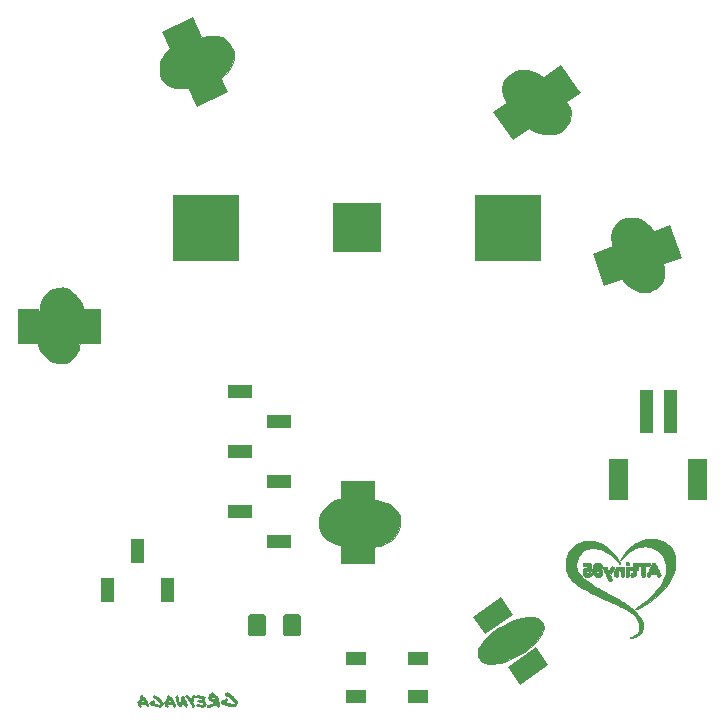
<source format=gbr>
G04 #@! TF.GenerationSoftware,KiCad,Pcbnew,5.1.4-e60b266~84~ubuntu18.04.1*
G04 #@! TF.CreationDate,2019-10-20T18:55:26-06:00*
G04 #@! TF.ProjectId,001,3030312e-6b69-4636-9164-5f7063625858,rev?*
G04 #@! TF.SameCoordinates,Original*
G04 #@! TF.FileFunction,Soldermask,Bot*
G04 #@! TF.FilePolarity,Negative*
%FSLAX46Y46*%
G04 Gerber Fmt 4.6, Leading zero omitted, Abs format (unit mm)*
G04 Created by KiCad (PCBNEW 5.1.4-e60b266~84~ubuntu18.04.1) date 2019-10-20 18:55:26*
%MOMM*%
%LPD*%
G04 APERTURE LIST*
%ADD10C,0.010000*%
%ADD11C,0.100000*%
G04 APERTURE END LIST*
D10*
G36*
X175380663Y-122291996D02*
G01*
X175428293Y-122331101D01*
X175448948Y-122401071D01*
X175450500Y-122435862D01*
X175443348Y-122509689D01*
X175416715Y-122552842D01*
X175362832Y-122572508D01*
X175298845Y-122576167D01*
X175230662Y-122571660D01*
X175191969Y-122555438D01*
X175176078Y-122535225D01*
X175157648Y-122472890D01*
X175156399Y-122400802D01*
X175171355Y-122338052D01*
X175187429Y-122313095D01*
X175231191Y-122290473D01*
X175294494Y-122279971D01*
X175302334Y-122279834D01*
X175380663Y-122291996D01*
X175380663Y-122291996D01*
G37*
X175380663Y-122291996D02*
X175428293Y-122331101D01*
X175448948Y-122401071D01*
X175450500Y-122435862D01*
X175443348Y-122509689D01*
X175416715Y-122552842D01*
X175362832Y-122572508D01*
X175298845Y-122576167D01*
X175230662Y-122571660D01*
X175191969Y-122555438D01*
X175176078Y-122535225D01*
X175157648Y-122472890D01*
X175156399Y-122400802D01*
X175171355Y-122338052D01*
X175187429Y-122313095D01*
X175231191Y-122290473D01*
X175294494Y-122279971D01*
X175302334Y-122279834D01*
X175380663Y-122291996D01*
G36*
X176618937Y-122343658D02*
G01*
X176763614Y-122344535D01*
X176895140Y-122346827D01*
X177007291Y-122350305D01*
X177093844Y-122354738D01*
X177148575Y-122359898D01*
X177164519Y-122363755D01*
X177187006Y-122400273D01*
X177195769Y-122466644D01*
X177195788Y-122470334D01*
X177187756Y-122537839D01*
X177165844Y-122576021D01*
X177164519Y-122576912D01*
X177129644Y-122586173D01*
X177064805Y-122593200D01*
X176982362Y-122596787D01*
X176958625Y-122597009D01*
X176784000Y-122597334D01*
X176784000Y-123029738D01*
X176783595Y-123187455D01*
X176781384Y-123307868D01*
X176775873Y-123396008D01*
X176765570Y-123456904D01*
X176748979Y-123495586D01*
X176724609Y-123517082D01*
X176690964Y-123526423D01*
X176646552Y-123528637D01*
X176635834Y-123528667D01*
X176588997Y-123527303D01*
X176553237Y-123519857D01*
X176527062Y-123501301D01*
X176508978Y-123466605D01*
X176497491Y-123410739D01*
X176491107Y-123328675D01*
X176488333Y-123215382D01*
X176487676Y-123065831D01*
X176487667Y-123029738D01*
X176487667Y-122597334D01*
X176309262Y-122597334D01*
X176210828Y-122594972D01*
X176146357Y-122587035D01*
X176107701Y-122572241D01*
X176097595Y-122564072D01*
X176075567Y-122546266D01*
X176066259Y-122557562D01*
X176064334Y-122604530D01*
X176064334Y-122604999D01*
X176068671Y-122655838D01*
X176088338Y-122678555D01*
X176122542Y-122685886D01*
X176155379Y-122692560D01*
X176173588Y-122710055D01*
X176182482Y-122749050D01*
X176187141Y-122815716D01*
X176189487Y-122885297D01*
X176184271Y-122924758D01*
X176166920Y-122946206D01*
X176132860Y-122961748D01*
X176131826Y-122962139D01*
X176101681Y-122975541D01*
X176082584Y-122994290D01*
X176071031Y-123027910D01*
X176063518Y-123085927D01*
X176057505Y-123164200D01*
X176040899Y-123295448D01*
X176009236Y-123391149D01*
X175957808Y-123456801D01*
X175881906Y-123497905D01*
X175776823Y-123519962D01*
X175750655Y-123522684D01*
X175679039Y-123527444D01*
X175636272Y-123523231D01*
X175609274Y-123506894D01*
X175591148Y-123484286D01*
X175561952Y-123418281D01*
X175558930Y-123351298D01*
X175579164Y-123294618D01*
X175619740Y-123259522D01*
X175650816Y-123253500D01*
X175711774Y-123238920D01*
X175749755Y-123193216D01*
X175766686Y-123113442D01*
X175768000Y-123074086D01*
X175768000Y-122961195D01*
X175685791Y-122972222D01*
X175604806Y-122966264D01*
X175546453Y-122927438D01*
X175516628Y-122860668D01*
X175514000Y-122828775D01*
X175522468Y-122750758D01*
X175552544Y-122705075D01*
X175611234Y-122684820D01*
X175662912Y-122682000D01*
X175768000Y-122682000D01*
X175768000Y-122555745D01*
X175770592Y-122480902D01*
X175780442Y-122436935D01*
X175800658Y-122412594D01*
X175808942Y-122407578D01*
X175873515Y-122387545D01*
X175943068Y-122387063D01*
X176001183Y-122404666D01*
X176026277Y-122426983D01*
X176045249Y-122452222D01*
X176059452Y-122446039D01*
X176078351Y-122405816D01*
X176104623Y-122343334D01*
X176618937Y-122343658D01*
X176618937Y-122343658D01*
G37*
X176618937Y-122343658D02*
X176763614Y-122344535D01*
X176895140Y-122346827D01*
X177007291Y-122350305D01*
X177093844Y-122354738D01*
X177148575Y-122359898D01*
X177164519Y-122363755D01*
X177187006Y-122400273D01*
X177195769Y-122466644D01*
X177195788Y-122470334D01*
X177187756Y-122537839D01*
X177165844Y-122576021D01*
X177164519Y-122576912D01*
X177129644Y-122586173D01*
X177064805Y-122593200D01*
X176982362Y-122596787D01*
X176958625Y-122597009D01*
X176784000Y-122597334D01*
X176784000Y-123029738D01*
X176783595Y-123187455D01*
X176781384Y-123307868D01*
X176775873Y-123396008D01*
X176765570Y-123456904D01*
X176748979Y-123495586D01*
X176724609Y-123517082D01*
X176690964Y-123526423D01*
X176646552Y-123528637D01*
X176635834Y-123528667D01*
X176588997Y-123527303D01*
X176553237Y-123519857D01*
X176527062Y-123501301D01*
X176508978Y-123466605D01*
X176497491Y-123410739D01*
X176491107Y-123328675D01*
X176488333Y-123215382D01*
X176487676Y-123065831D01*
X176487667Y-123029738D01*
X176487667Y-122597334D01*
X176309262Y-122597334D01*
X176210828Y-122594972D01*
X176146357Y-122587035D01*
X176107701Y-122572241D01*
X176097595Y-122564072D01*
X176075567Y-122546266D01*
X176066259Y-122557562D01*
X176064334Y-122604530D01*
X176064334Y-122604999D01*
X176068671Y-122655838D01*
X176088338Y-122678555D01*
X176122542Y-122685886D01*
X176155379Y-122692560D01*
X176173588Y-122710055D01*
X176182482Y-122749050D01*
X176187141Y-122815716D01*
X176189487Y-122885297D01*
X176184271Y-122924758D01*
X176166920Y-122946206D01*
X176132860Y-122961748D01*
X176131826Y-122962139D01*
X176101681Y-122975541D01*
X176082584Y-122994290D01*
X176071031Y-123027910D01*
X176063518Y-123085927D01*
X176057505Y-123164200D01*
X176040899Y-123295448D01*
X176009236Y-123391149D01*
X175957808Y-123456801D01*
X175881906Y-123497905D01*
X175776823Y-123519962D01*
X175750655Y-123522684D01*
X175679039Y-123527444D01*
X175636272Y-123523231D01*
X175609274Y-123506894D01*
X175591148Y-123484286D01*
X175561952Y-123418281D01*
X175558930Y-123351298D01*
X175579164Y-123294618D01*
X175619740Y-123259522D01*
X175650816Y-123253500D01*
X175711774Y-123238920D01*
X175749755Y-123193216D01*
X175766686Y-123113442D01*
X175768000Y-123074086D01*
X175768000Y-122961195D01*
X175685791Y-122972222D01*
X175604806Y-122966264D01*
X175546453Y-122927438D01*
X175516628Y-122860668D01*
X175514000Y-122828775D01*
X175522468Y-122750758D01*
X175552544Y-122705075D01*
X175611234Y-122684820D01*
X175662912Y-122682000D01*
X175768000Y-122682000D01*
X175768000Y-122555745D01*
X175770592Y-122480902D01*
X175780442Y-122436935D01*
X175800658Y-122412594D01*
X175808942Y-122407578D01*
X175873515Y-122387545D01*
X175943068Y-122387063D01*
X176001183Y-122404666D01*
X176026277Y-122426983D01*
X176045249Y-122452222D01*
X176059452Y-122446039D01*
X176078351Y-122405816D01*
X176104623Y-122343334D01*
X176618937Y-122343658D01*
G36*
X175366532Y-122687224D02*
G01*
X175414295Y-122700390D01*
X175425100Y-122707400D01*
X175433505Y-122736283D01*
X175440350Y-122798896D01*
X175445558Y-122886663D01*
X175449052Y-122991007D01*
X175450756Y-123103350D01*
X175450593Y-123215117D01*
X175448485Y-123317729D01*
X175444355Y-123402611D01*
X175438126Y-123461185D01*
X175432060Y-123482647D01*
X175399910Y-123502638D01*
X175343142Y-123516789D01*
X175279347Y-123522501D01*
X175226115Y-123517176D01*
X175217667Y-123514307D01*
X175179740Y-123488763D01*
X175170366Y-123477868D01*
X175163022Y-123445884D01*
X175157834Y-123380979D01*
X175154700Y-123291734D01*
X175153516Y-123186734D01*
X175154181Y-123074562D01*
X175156592Y-122963801D01*
X175160646Y-122863035D01*
X175166242Y-122780847D01*
X175173275Y-122725821D01*
X175179567Y-122707400D01*
X175214977Y-122692016D01*
X175274471Y-122682990D01*
X175302334Y-122682000D01*
X175366532Y-122687224D01*
X175366532Y-122687224D01*
G37*
X175366532Y-122687224D02*
X175414295Y-122700390D01*
X175425100Y-122707400D01*
X175433505Y-122736283D01*
X175440350Y-122798896D01*
X175445558Y-122886663D01*
X175449052Y-122991007D01*
X175450756Y-123103350D01*
X175450593Y-123215117D01*
X175448485Y-123317729D01*
X175444355Y-123402611D01*
X175438126Y-123461185D01*
X175432060Y-123482647D01*
X175399910Y-123502638D01*
X175343142Y-123516789D01*
X175279347Y-123522501D01*
X175226115Y-123517176D01*
X175217667Y-123514307D01*
X175179740Y-123488763D01*
X175170366Y-123477868D01*
X175163022Y-123445884D01*
X175157834Y-123380979D01*
X175154700Y-123291734D01*
X175153516Y-123186734D01*
X175154181Y-123074562D01*
X175156592Y-122963801D01*
X175160646Y-122863035D01*
X175166242Y-122780847D01*
X175173275Y-122725821D01*
X175179567Y-122707400D01*
X175214977Y-122692016D01*
X175274471Y-122682990D01*
X175302334Y-122682000D01*
X175366532Y-122687224D01*
G36*
X174959440Y-122682800D02*
G01*
X175012210Y-122700175D01*
X175018134Y-122704453D01*
X175029567Y-122722285D01*
X175037864Y-122757646D01*
X175043448Y-122816064D01*
X175046745Y-122903064D01*
X175048181Y-123024172D01*
X175048334Y-123096854D01*
X175048334Y-123464191D01*
X174995007Y-123499132D01*
X174938458Y-123519545D01*
X174870575Y-123522511D01*
X174808574Y-123509358D01*
X174769912Y-123481792D01*
X174762393Y-123449775D01*
X174756457Y-123386283D01*
X174752933Y-123302171D01*
X174752324Y-123251489D01*
X174748954Y-123137744D01*
X174737082Y-123059787D01*
X174713426Y-123011397D01*
X174674703Y-122986352D01*
X174617629Y-122978430D01*
X174608203Y-122978334D01*
X174562213Y-122984694D01*
X174530688Y-123007897D01*
X174511139Y-123054122D01*
X174501078Y-123129553D01*
X174498017Y-123240369D01*
X174498000Y-123252109D01*
X174496680Y-123347300D01*
X174491515Y-123410208D01*
X174480698Y-123450835D01*
X174462420Y-123479183D01*
X174455667Y-123486334D01*
X174393143Y-123520577D01*
X174311745Y-123523756D01*
X174247650Y-123506233D01*
X174227816Y-123496878D01*
X174214379Y-123482771D01*
X174206338Y-123456752D01*
X174202688Y-123411656D01*
X174202426Y-123340320D01*
X174204549Y-123235583D01*
X174205317Y-123204044D01*
X174208630Y-123088430D01*
X174212969Y-123006300D01*
X174219899Y-122948805D01*
X174230984Y-122907099D01*
X174247789Y-122872336D01*
X174269978Y-122838400D01*
X174319532Y-122778659D01*
X174374165Y-122729176D01*
X174390943Y-122717840D01*
X174466354Y-122689766D01*
X174555640Y-122679628D01*
X174640671Y-122687919D01*
X174695678Y-122709572D01*
X174734824Y-122730693D01*
X174760944Y-122725472D01*
X174778702Y-122709727D01*
X174823711Y-122687994D01*
X174890281Y-122678879D01*
X174959440Y-122682800D01*
X174959440Y-122682800D01*
G37*
X174959440Y-122682800D02*
X175012210Y-122700175D01*
X175018134Y-122704453D01*
X175029567Y-122722285D01*
X175037864Y-122757646D01*
X175043448Y-122816064D01*
X175046745Y-122903064D01*
X175048181Y-123024172D01*
X175048334Y-123096854D01*
X175048334Y-123464191D01*
X174995007Y-123499132D01*
X174938458Y-123519545D01*
X174870575Y-123522511D01*
X174808574Y-123509358D01*
X174769912Y-123481792D01*
X174762393Y-123449775D01*
X174756457Y-123386283D01*
X174752933Y-123302171D01*
X174752324Y-123251489D01*
X174748954Y-123137744D01*
X174737082Y-123059787D01*
X174713426Y-123011397D01*
X174674703Y-122986352D01*
X174617629Y-122978430D01*
X174608203Y-122978334D01*
X174562213Y-122984694D01*
X174530688Y-123007897D01*
X174511139Y-123054122D01*
X174501078Y-123129553D01*
X174498017Y-123240369D01*
X174498000Y-123252109D01*
X174496680Y-123347300D01*
X174491515Y-123410208D01*
X174480698Y-123450835D01*
X174462420Y-123479183D01*
X174455667Y-123486334D01*
X174393143Y-123520577D01*
X174311745Y-123523756D01*
X174247650Y-123506233D01*
X174227816Y-123496878D01*
X174214379Y-123482771D01*
X174206338Y-123456752D01*
X174202688Y-123411656D01*
X174202426Y-123340320D01*
X174204549Y-123235583D01*
X174205317Y-123204044D01*
X174208630Y-123088430D01*
X174212969Y-123006300D01*
X174219899Y-122948805D01*
X174230984Y-122907099D01*
X174247789Y-122872336D01*
X174269978Y-122838400D01*
X174319532Y-122778659D01*
X174374165Y-122729176D01*
X174390943Y-122717840D01*
X174466354Y-122689766D01*
X174555640Y-122679628D01*
X174640671Y-122687919D01*
X174695678Y-122709572D01*
X174734824Y-122730693D01*
X174760944Y-122725472D01*
X174778702Y-122709727D01*
X174823711Y-122687994D01*
X174890281Y-122678879D01*
X174959440Y-122682800D01*
G36*
X177569303Y-122358651D02*
G01*
X177616940Y-122390959D01*
X177638573Y-122421164D01*
X177674418Y-122482869D01*
X177721301Y-122569619D01*
X177776050Y-122674957D01*
X177835493Y-122792429D01*
X177896457Y-122915580D01*
X177955769Y-123037954D01*
X178010257Y-123153097D01*
X178056747Y-123254554D01*
X178092068Y-123335869D01*
X178113046Y-123390588D01*
X178117500Y-123409392D01*
X178098625Y-123453251D01*
X178050900Y-123492343D01*
X177987679Y-123518558D01*
X177928128Y-123524405D01*
X177884898Y-123517142D01*
X177853235Y-123497998D01*
X177823130Y-123457736D01*
X177789417Y-123396436D01*
X177725917Y-123274788D01*
X177519847Y-123274727D01*
X177313776Y-123274667D01*
X177251011Y-123399003D01*
X177204698Y-123478111D01*
X177160743Y-123530255D01*
X177124258Y-123549791D01*
X177115644Y-123548492D01*
X177095801Y-123540633D01*
X177059602Y-123526211D01*
X176989127Y-123486713D01*
X176943921Y-123438180D01*
X176932167Y-123400270D01*
X176941348Y-123369005D01*
X176966821Y-123306580D01*
X177005485Y-123219361D01*
X177054234Y-123113717D01*
X177098294Y-123020667D01*
X177440852Y-123020667D01*
X177608815Y-123020667D01*
X177573487Y-122946584D01*
X177547838Y-122899277D01*
X177528047Y-122873878D01*
X177524834Y-122872500D01*
X177508131Y-122889682D01*
X177483206Y-122932369D01*
X177476180Y-122946584D01*
X177440852Y-123020667D01*
X177098294Y-123020667D01*
X177109968Y-122996015D01*
X177169581Y-122872622D01*
X177229971Y-122749908D01*
X177288036Y-122634238D01*
X177340671Y-122531982D01*
X177384774Y-122449507D01*
X177417241Y-122393180D01*
X177434343Y-122369792D01*
X177499141Y-122344972D01*
X177569303Y-122358651D01*
X177569303Y-122358651D01*
G37*
X177569303Y-122358651D02*
X177616940Y-122390959D01*
X177638573Y-122421164D01*
X177674418Y-122482869D01*
X177721301Y-122569619D01*
X177776050Y-122674957D01*
X177835493Y-122792429D01*
X177896457Y-122915580D01*
X177955769Y-123037954D01*
X178010257Y-123153097D01*
X178056747Y-123254554D01*
X178092068Y-123335869D01*
X178113046Y-123390588D01*
X178117500Y-123409392D01*
X178098625Y-123453251D01*
X178050900Y-123492343D01*
X177987679Y-123518558D01*
X177928128Y-123524405D01*
X177884898Y-123517142D01*
X177853235Y-123497998D01*
X177823130Y-123457736D01*
X177789417Y-123396436D01*
X177725917Y-123274788D01*
X177519847Y-123274727D01*
X177313776Y-123274667D01*
X177251011Y-123399003D01*
X177204698Y-123478111D01*
X177160743Y-123530255D01*
X177124258Y-123549791D01*
X177115644Y-123548492D01*
X177095801Y-123540633D01*
X177059602Y-123526211D01*
X176989127Y-123486713D01*
X176943921Y-123438180D01*
X176932167Y-123400270D01*
X176941348Y-123369005D01*
X176966821Y-123306580D01*
X177005485Y-123219361D01*
X177054234Y-123113717D01*
X177098294Y-123020667D01*
X177440852Y-123020667D01*
X177608815Y-123020667D01*
X177573487Y-122946584D01*
X177547838Y-122899277D01*
X177528047Y-122873878D01*
X177524834Y-122872500D01*
X177508131Y-122889682D01*
X177483206Y-122932369D01*
X177476180Y-122946584D01*
X177440852Y-123020667D01*
X177098294Y-123020667D01*
X177109968Y-122996015D01*
X177169581Y-122872622D01*
X177229971Y-122749908D01*
X177288036Y-122634238D01*
X177340671Y-122531982D01*
X177384774Y-122449507D01*
X177417241Y-122393180D01*
X177434343Y-122369792D01*
X177499141Y-122344972D01*
X177569303Y-122358651D01*
G36*
X172896753Y-122343461D02*
G01*
X172993665Y-122378756D01*
X173073932Y-122443378D01*
X173110159Y-122486956D01*
X173144315Y-122560287D01*
X173160414Y-122654059D01*
X173157156Y-122749838D01*
X173134163Y-122827435D01*
X173113244Y-122873679D01*
X173113427Y-122906946D01*
X173136748Y-122947667D01*
X173147704Y-122963189D01*
X173183041Y-123041454D01*
X173198457Y-123138541D01*
X173193776Y-123238157D01*
X173168822Y-123324008D01*
X173151922Y-123352490D01*
X173052978Y-123452203D01*
X172932120Y-123517038D01*
X172813231Y-123542651D01*
X172733576Y-123545819D01*
X172671061Y-123536184D01*
X172603742Y-123509259D01*
X172571856Y-123493315D01*
X172462474Y-123419651D01*
X172389965Y-123328402D01*
X172350958Y-123215123D01*
X172348110Y-123198133D01*
X172345004Y-123155529D01*
X172656500Y-123155529D01*
X172672469Y-123214566D01*
X172720780Y-123246718D01*
X172775950Y-123253500D01*
X172843663Y-123238037D01*
X172877550Y-123206457D01*
X172905046Y-123159861D01*
X172903324Y-123126323D01*
X172870935Y-123086946D01*
X172868167Y-123084167D01*
X172810050Y-123049067D01*
X172748437Y-123045985D01*
X172695126Y-123070941D01*
X172661919Y-123119957D01*
X172656500Y-123155529D01*
X172345004Y-123155529D01*
X172343330Y-123132569D01*
X172354505Y-123074393D01*
X172385760Y-123003689D01*
X172390154Y-122995152D01*
X172421218Y-122932537D01*
X172433981Y-122891748D01*
X172430247Y-122857356D01*
X172411821Y-122813934D01*
X172411444Y-122813139D01*
X172387858Y-122722869D01*
X172388979Y-122674650D01*
X172680657Y-122674650D01*
X172689690Y-122709133D01*
X172710929Y-122733405D01*
X172757784Y-122763430D01*
X172807276Y-122755345D01*
X172837663Y-122736157D01*
X172865417Y-122705543D01*
X172857906Y-122671577D01*
X172855422Y-122667365D01*
X172812331Y-122631330D01*
X172755406Y-122622142D01*
X172708252Y-122640634D01*
X172680657Y-122674650D01*
X172388979Y-122674650D01*
X172390218Y-122621359D01*
X172417239Y-122528730D01*
X172431180Y-122503798D01*
X172469585Y-122458326D01*
X172524471Y-122407415D01*
X172543292Y-122392368D01*
X172590758Y-122360164D01*
X172636807Y-122342119D01*
X172696586Y-122334298D01*
X172772820Y-122332750D01*
X172896753Y-122343461D01*
X172896753Y-122343461D01*
G37*
X172896753Y-122343461D02*
X172993665Y-122378756D01*
X173073932Y-122443378D01*
X173110159Y-122486956D01*
X173144315Y-122560287D01*
X173160414Y-122654059D01*
X173157156Y-122749838D01*
X173134163Y-122827435D01*
X173113244Y-122873679D01*
X173113427Y-122906946D01*
X173136748Y-122947667D01*
X173147704Y-122963189D01*
X173183041Y-123041454D01*
X173198457Y-123138541D01*
X173193776Y-123238157D01*
X173168822Y-123324008D01*
X173151922Y-123352490D01*
X173052978Y-123452203D01*
X172932120Y-123517038D01*
X172813231Y-123542651D01*
X172733576Y-123545819D01*
X172671061Y-123536184D01*
X172603742Y-123509259D01*
X172571856Y-123493315D01*
X172462474Y-123419651D01*
X172389965Y-123328402D01*
X172350958Y-123215123D01*
X172348110Y-123198133D01*
X172345004Y-123155529D01*
X172656500Y-123155529D01*
X172672469Y-123214566D01*
X172720780Y-123246718D01*
X172775950Y-123253500D01*
X172843663Y-123238037D01*
X172877550Y-123206457D01*
X172905046Y-123159861D01*
X172903324Y-123126323D01*
X172870935Y-123086946D01*
X172868167Y-123084167D01*
X172810050Y-123049067D01*
X172748437Y-123045985D01*
X172695126Y-123070941D01*
X172661919Y-123119957D01*
X172656500Y-123155529D01*
X172345004Y-123155529D01*
X172343330Y-123132569D01*
X172354505Y-123074393D01*
X172385760Y-123003689D01*
X172390154Y-122995152D01*
X172421218Y-122932537D01*
X172433981Y-122891748D01*
X172430247Y-122857356D01*
X172411821Y-122813934D01*
X172411444Y-122813139D01*
X172387858Y-122722869D01*
X172388979Y-122674650D01*
X172680657Y-122674650D01*
X172689690Y-122709133D01*
X172710929Y-122733405D01*
X172757784Y-122763430D01*
X172807276Y-122755345D01*
X172837663Y-122736157D01*
X172865417Y-122705543D01*
X172857906Y-122671577D01*
X172855422Y-122667365D01*
X172812331Y-122631330D01*
X172755406Y-122622142D01*
X172708252Y-122640634D01*
X172680657Y-122674650D01*
X172388979Y-122674650D01*
X172390218Y-122621359D01*
X172417239Y-122528730D01*
X172431180Y-122503798D01*
X172469585Y-122458326D01*
X172524471Y-122407415D01*
X172543292Y-122392368D01*
X172590758Y-122360164D01*
X172636807Y-122342119D01*
X172696586Y-122334298D01*
X172772820Y-122332750D01*
X172896753Y-122343461D01*
G36*
X171981192Y-122344994D02*
G01*
X172071670Y-122350977D01*
X172133100Y-122362785D01*
X172172077Y-122381922D01*
X172195196Y-122409891D01*
X172200792Y-122422120D01*
X172211773Y-122464227D01*
X172225367Y-122536853D01*
X172239921Y-122628402D01*
X172253782Y-122727276D01*
X172265298Y-122821876D01*
X172272815Y-122900605D01*
X172274829Y-122941603D01*
X172268986Y-123000103D01*
X172242545Y-123038284D01*
X172206709Y-123063232D01*
X172124326Y-123099526D01*
X172054647Y-123098066D01*
X172009671Y-123074257D01*
X171958593Y-123049000D01*
X171924239Y-123042507D01*
X171872849Y-123059254D01*
X171829194Y-123100416D01*
X171809866Y-123150110D01*
X171809834Y-123152033D01*
X171827927Y-123197191D01*
X171873616Y-123227042D01*
X171934009Y-123238655D01*
X171996218Y-123229096D01*
X172038769Y-123204111D01*
X172102763Y-123171788D01*
X172174206Y-123173675D01*
X172237760Y-123208303D01*
X172252797Y-123224605D01*
X172290586Y-123294680D01*
X172287125Y-123359840D01*
X172242031Y-123424786D01*
X172236041Y-123430663D01*
X172146513Y-123491050D01*
X172033679Y-123530461D01*
X171912719Y-123545552D01*
X171798811Y-123532979D01*
X171786837Y-123529604D01*
X171676389Y-123475341D01*
X171590922Y-123390497D01*
X171535112Y-123281636D01*
X171513630Y-123155321D01*
X171513533Y-123145807D01*
X171531643Y-123018056D01*
X171582692Y-122908815D01*
X171661878Y-122823760D01*
X171764396Y-122768565D01*
X171847946Y-122750689D01*
X171909301Y-122742966D01*
X171938153Y-122731130D01*
X171944277Y-122708866D01*
X171941561Y-122690216D01*
X171934382Y-122665317D01*
X171918555Y-122650309D01*
X171885055Y-122642697D01*
X171824855Y-122639985D01*
X171758683Y-122639667D01*
X171661756Y-122636436D01*
X171592857Y-122627362D01*
X171560067Y-122614267D01*
X171541007Y-122571497D01*
X171535040Y-122507076D01*
X171541556Y-122439404D01*
X171559948Y-122386885D01*
X171567929Y-122376595D01*
X171591332Y-122361772D01*
X171631249Y-122351901D01*
X171694984Y-122346135D01*
X171789841Y-122343629D01*
X171855070Y-122343334D01*
X171981192Y-122344994D01*
X171981192Y-122344994D01*
G37*
X171981192Y-122344994D02*
X172071670Y-122350977D01*
X172133100Y-122362785D01*
X172172077Y-122381922D01*
X172195196Y-122409891D01*
X172200792Y-122422120D01*
X172211773Y-122464227D01*
X172225367Y-122536853D01*
X172239921Y-122628402D01*
X172253782Y-122727276D01*
X172265298Y-122821876D01*
X172272815Y-122900605D01*
X172274829Y-122941603D01*
X172268986Y-123000103D01*
X172242545Y-123038284D01*
X172206709Y-123063232D01*
X172124326Y-123099526D01*
X172054647Y-123098066D01*
X172009671Y-123074257D01*
X171958593Y-123049000D01*
X171924239Y-123042507D01*
X171872849Y-123059254D01*
X171829194Y-123100416D01*
X171809866Y-123150110D01*
X171809834Y-123152033D01*
X171827927Y-123197191D01*
X171873616Y-123227042D01*
X171934009Y-123238655D01*
X171996218Y-123229096D01*
X172038769Y-123204111D01*
X172102763Y-123171788D01*
X172174206Y-123173675D01*
X172237760Y-123208303D01*
X172252797Y-123224605D01*
X172290586Y-123294680D01*
X172287125Y-123359840D01*
X172242031Y-123424786D01*
X172236041Y-123430663D01*
X172146513Y-123491050D01*
X172033679Y-123530461D01*
X171912719Y-123545552D01*
X171798811Y-123532979D01*
X171786837Y-123529604D01*
X171676389Y-123475341D01*
X171590922Y-123390497D01*
X171535112Y-123281636D01*
X171513630Y-123155321D01*
X171513533Y-123145807D01*
X171531643Y-123018056D01*
X171582692Y-122908815D01*
X171661878Y-122823760D01*
X171764396Y-122768565D01*
X171847946Y-122750689D01*
X171909301Y-122742966D01*
X171938153Y-122731130D01*
X171944277Y-122708866D01*
X171941561Y-122690216D01*
X171934382Y-122665317D01*
X171918555Y-122650309D01*
X171885055Y-122642697D01*
X171824855Y-122639985D01*
X171758683Y-122639667D01*
X171661756Y-122636436D01*
X171592857Y-122627362D01*
X171560067Y-122614267D01*
X171541007Y-122571497D01*
X171535040Y-122507076D01*
X171541556Y-122439404D01*
X171559948Y-122386885D01*
X171567929Y-122376595D01*
X171591332Y-122361772D01*
X171631249Y-122351901D01*
X171694984Y-122346135D01*
X171789841Y-122343629D01*
X171855070Y-122343334D01*
X171981192Y-122344994D01*
G36*
X174049794Y-122673380D02*
G01*
X174114590Y-122705049D01*
X174160037Y-122746888D01*
X174169589Y-122765635D01*
X174174359Y-122784330D01*
X174174198Y-122804192D01*
X174166426Y-122830830D01*
X174148362Y-122869849D01*
X174117327Y-122926856D01*
X174070640Y-123007456D01*
X174005620Y-123117257D01*
X173984505Y-123152752D01*
X173836633Y-123401254D01*
X173914034Y-123581428D01*
X173954099Y-123682311D01*
X173972809Y-123754105D01*
X173969958Y-123804390D01*
X173945336Y-123840748D01*
X173906240Y-123866848D01*
X173848858Y-123884633D01*
X173785526Y-123886670D01*
X173734735Y-123873438D01*
X173720425Y-123862042D01*
X173703577Y-123832216D01*
X173673437Y-123770595D01*
X173632770Y-123683474D01*
X173584342Y-123577152D01*
X173530919Y-123457926D01*
X173475266Y-123332093D01*
X173420150Y-123205951D01*
X173368334Y-123085797D01*
X173322586Y-122977929D01*
X173285671Y-122888644D01*
X173260354Y-122824239D01*
X173249402Y-122791012D01*
X173249167Y-122788970D01*
X173267941Y-122737597D01*
X173315501Y-122697013D01*
X173378705Y-122672168D01*
X173444411Y-122668011D01*
X173499477Y-122689492D01*
X173503741Y-122693103D01*
X173534916Y-122726376D01*
X173545500Y-122745933D01*
X173553838Y-122770962D01*
X173575974Y-122824024D01*
X173607591Y-122894890D01*
X173616965Y-122915258D01*
X173688429Y-123069546D01*
X173808700Y-122865190D01*
X173863925Y-122773743D01*
X173904534Y-122713679D01*
X173935660Y-122678938D01*
X173962433Y-122663457D01*
X173981703Y-122660834D01*
X174049794Y-122673380D01*
X174049794Y-122673380D01*
G37*
X174049794Y-122673380D02*
X174114590Y-122705049D01*
X174160037Y-122746888D01*
X174169589Y-122765635D01*
X174174359Y-122784330D01*
X174174198Y-122804192D01*
X174166426Y-122830830D01*
X174148362Y-122869849D01*
X174117327Y-122926856D01*
X174070640Y-123007456D01*
X174005620Y-123117257D01*
X173984505Y-123152752D01*
X173836633Y-123401254D01*
X173914034Y-123581428D01*
X173954099Y-123682311D01*
X173972809Y-123754105D01*
X173969958Y-123804390D01*
X173945336Y-123840748D01*
X173906240Y-123866848D01*
X173848858Y-123884633D01*
X173785526Y-123886670D01*
X173734735Y-123873438D01*
X173720425Y-123862042D01*
X173703577Y-123832216D01*
X173673437Y-123770595D01*
X173632770Y-123683474D01*
X173584342Y-123577152D01*
X173530919Y-123457926D01*
X173475266Y-123332093D01*
X173420150Y-123205951D01*
X173368334Y-123085797D01*
X173322586Y-122977929D01*
X173285671Y-122888644D01*
X173260354Y-122824239D01*
X173249402Y-122791012D01*
X173249167Y-122788970D01*
X173267941Y-122737597D01*
X173315501Y-122697013D01*
X173378705Y-122672168D01*
X173444411Y-122668011D01*
X173499477Y-122689492D01*
X173503741Y-122693103D01*
X173534916Y-122726376D01*
X173545500Y-122745933D01*
X173553838Y-122770962D01*
X173575974Y-122824024D01*
X173607591Y-122894890D01*
X173616965Y-122915258D01*
X173688429Y-123069546D01*
X173808700Y-122865190D01*
X173863925Y-122773743D01*
X173904534Y-122713679D01*
X173935660Y-122678938D01*
X173962433Y-122663457D01*
X173981703Y-122660834D01*
X174049794Y-122673380D01*
G36*
X177593285Y-120346291D02*
G01*
X177647986Y-120351531D01*
X177953856Y-120400993D01*
X178231907Y-120481455D01*
X178481665Y-120592621D01*
X178702659Y-120734192D01*
X178894416Y-120905870D01*
X179056462Y-121107359D01*
X179176603Y-121314128D01*
X179242008Y-121454282D01*
X179291149Y-121580341D01*
X179326173Y-121702631D01*
X179349228Y-121831480D01*
X179362461Y-121977217D01*
X179368020Y-122150169D01*
X179368587Y-122237500D01*
X179366687Y-122420165D01*
X179360265Y-122567837D01*
X179348863Y-122687659D01*
X179334036Y-122777250D01*
X179238319Y-123138236D01*
X179101616Y-123494660D01*
X178925202Y-123844472D01*
X178710349Y-124185620D01*
X178458331Y-124516055D01*
X178170422Y-124833724D01*
X177894301Y-125095842D01*
X177702512Y-125259310D01*
X177491204Y-125427792D01*
X177272624Y-125592063D01*
X177059022Y-125742899D01*
X176875952Y-125862798D01*
X176734736Y-125947977D01*
X176591974Y-126028592D01*
X176452295Y-126102559D01*
X176320324Y-126167794D01*
X176200688Y-126222211D01*
X176098014Y-126263726D01*
X176016929Y-126290256D01*
X175962059Y-126299714D01*
X175938031Y-126290017D01*
X175937334Y-126285677D01*
X175943648Y-126272167D01*
X175964843Y-126249935D01*
X176004290Y-126216341D01*
X176065364Y-126168747D01*
X176151438Y-126104513D01*
X176265888Y-126021000D01*
X176392417Y-125929708D01*
X176643605Y-125743784D01*
X176868726Y-125565087D01*
X177080222Y-125383261D01*
X177290537Y-125187954D01*
X177331779Y-125148089D01*
X177636417Y-124833114D01*
X177899630Y-124520900D01*
X178121315Y-124211641D01*
X178301366Y-123905533D01*
X178439680Y-123602771D01*
X178536151Y-123303550D01*
X178590675Y-123008066D01*
X178604021Y-122772851D01*
X178585571Y-122507702D01*
X178530232Y-122259314D01*
X178436889Y-122025226D01*
X178304430Y-121802975D01*
X178131742Y-121590101D01*
X178016216Y-121473280D01*
X177795703Y-121291018D01*
X177561278Y-121148267D01*
X177314920Y-121045299D01*
X177058611Y-120982389D01*
X176794332Y-120959811D01*
X176524063Y-120977837D01*
X176249785Y-121036742D01*
X175973480Y-121136800D01*
X175883011Y-121178498D01*
X175706171Y-121273013D01*
X175537021Y-121382387D01*
X175369657Y-121511425D01*
X175198172Y-121664935D01*
X175016660Y-121847721D01*
X174884813Y-121990833D01*
X174825723Y-122052790D01*
X174775561Y-122098446D01*
X174741660Y-122121452D01*
X174732924Y-122122375D01*
X174723301Y-122093093D01*
X174739478Y-122037300D01*
X174778297Y-121959369D01*
X174836605Y-121863671D01*
X174911245Y-121754579D01*
X174999062Y-121636466D01*
X175096901Y-121513704D01*
X175201606Y-121390664D01*
X175310022Y-121271720D01*
X175418993Y-121161244D01*
X175443432Y-121137844D01*
X175715013Y-120907311D01*
X176001616Y-120714798D01*
X176301336Y-120560982D01*
X176612267Y-120446545D01*
X176932506Y-120372164D01*
X177260147Y-120338520D01*
X177593285Y-120346291D01*
X177593285Y-120346291D01*
G37*
X177593285Y-120346291D02*
X177647986Y-120351531D01*
X177953856Y-120400993D01*
X178231907Y-120481455D01*
X178481665Y-120592621D01*
X178702659Y-120734192D01*
X178894416Y-120905870D01*
X179056462Y-121107359D01*
X179176603Y-121314128D01*
X179242008Y-121454282D01*
X179291149Y-121580341D01*
X179326173Y-121702631D01*
X179349228Y-121831480D01*
X179362461Y-121977217D01*
X179368020Y-122150169D01*
X179368587Y-122237500D01*
X179366687Y-122420165D01*
X179360265Y-122567837D01*
X179348863Y-122687659D01*
X179334036Y-122777250D01*
X179238319Y-123138236D01*
X179101616Y-123494660D01*
X178925202Y-123844472D01*
X178710349Y-124185620D01*
X178458331Y-124516055D01*
X178170422Y-124833724D01*
X177894301Y-125095842D01*
X177702512Y-125259310D01*
X177491204Y-125427792D01*
X177272624Y-125592063D01*
X177059022Y-125742899D01*
X176875952Y-125862798D01*
X176734736Y-125947977D01*
X176591974Y-126028592D01*
X176452295Y-126102559D01*
X176320324Y-126167794D01*
X176200688Y-126222211D01*
X176098014Y-126263726D01*
X176016929Y-126290256D01*
X175962059Y-126299714D01*
X175938031Y-126290017D01*
X175937334Y-126285677D01*
X175943648Y-126272167D01*
X175964843Y-126249935D01*
X176004290Y-126216341D01*
X176065364Y-126168747D01*
X176151438Y-126104513D01*
X176265888Y-126021000D01*
X176392417Y-125929708D01*
X176643605Y-125743784D01*
X176868726Y-125565087D01*
X177080222Y-125383261D01*
X177290537Y-125187954D01*
X177331779Y-125148089D01*
X177636417Y-124833114D01*
X177899630Y-124520900D01*
X178121315Y-124211641D01*
X178301366Y-123905533D01*
X178439680Y-123602771D01*
X178536151Y-123303550D01*
X178590675Y-123008066D01*
X178604021Y-122772851D01*
X178585571Y-122507702D01*
X178530232Y-122259314D01*
X178436889Y-122025226D01*
X178304430Y-121802975D01*
X178131742Y-121590101D01*
X178016216Y-121473280D01*
X177795703Y-121291018D01*
X177561278Y-121148267D01*
X177314920Y-121045299D01*
X177058611Y-120982389D01*
X176794332Y-120959811D01*
X176524063Y-120977837D01*
X176249785Y-121036742D01*
X175973480Y-121136800D01*
X175883011Y-121178498D01*
X175706171Y-121273013D01*
X175537021Y-121382387D01*
X175369657Y-121511425D01*
X175198172Y-121664935D01*
X175016660Y-121847721D01*
X174884813Y-121990833D01*
X174825723Y-122052790D01*
X174775561Y-122098446D01*
X174741660Y-122121452D01*
X174732924Y-122122375D01*
X174723301Y-122093093D01*
X174739478Y-122037300D01*
X174778297Y-121959369D01*
X174836605Y-121863671D01*
X174911245Y-121754579D01*
X174999062Y-121636466D01*
X175096901Y-121513704D01*
X175201606Y-121390664D01*
X175310022Y-121271720D01*
X175418993Y-121161244D01*
X175443432Y-121137844D01*
X175715013Y-120907311D01*
X176001616Y-120714798D01*
X176301336Y-120560982D01*
X176612267Y-120446545D01*
X176932506Y-120372164D01*
X177260147Y-120338520D01*
X177593285Y-120346291D01*
G36*
X172207073Y-120515543D02*
G01*
X172317255Y-120517663D01*
X172403650Y-120522171D01*
X172475530Y-120529949D01*
X172542166Y-120541879D01*
X172612829Y-120558842D01*
X172660533Y-120571670D01*
X172986285Y-120682894D01*
X173296099Y-120832287D01*
X173587755Y-121017969D01*
X173859037Y-121238062D01*
X174107727Y-121490685D01*
X174331607Y-121773960D01*
X174528459Y-122086008D01*
X174595448Y-122211218D01*
X174651382Y-122328076D01*
X174682848Y-122410686D01*
X174690389Y-122458957D01*
X174674550Y-122472793D01*
X174635875Y-122452102D01*
X174574909Y-122396789D01*
X174492195Y-122306763D01*
X174434654Y-122238826D01*
X174180699Y-121958528D01*
X173914470Y-121715997D01*
X173637240Y-121512074D01*
X173350286Y-121347599D01*
X173054882Y-121223413D01*
X172774887Y-121145068D01*
X172644232Y-121124835D01*
X172493554Y-121113765D01*
X172336849Y-121111870D01*
X172188109Y-121119163D01*
X172061329Y-121135656D01*
X172021500Y-121144420D01*
X171828268Y-121207339D01*
X171657695Y-121293965D01*
X171498485Y-121410900D01*
X171386500Y-121515589D01*
X171263909Y-121651686D01*
X171166997Y-121789154D01*
X171088504Y-121940473D01*
X171021167Y-122118126D01*
X171003411Y-122174000D01*
X170966152Y-122347619D01*
X170954589Y-122532039D01*
X170968789Y-122711640D01*
X171000471Y-122846723D01*
X171079184Y-123032236D01*
X171195550Y-123220428D01*
X171350236Y-123411963D01*
X171543912Y-123607506D01*
X171777247Y-123807722D01*
X172050910Y-124013275D01*
X172365570Y-124224831D01*
X172426349Y-124263434D01*
X172590634Y-124364356D01*
X172782567Y-124477465D01*
X173004224Y-124603927D01*
X173257680Y-124744909D01*
X173545009Y-124901577D01*
X173868288Y-125075098D01*
X173905334Y-125094839D01*
X174137936Y-125219015D01*
X174337282Y-125326213D01*
X174507709Y-125418915D01*
X174653556Y-125499603D01*
X174779160Y-125570760D01*
X174888861Y-125634869D01*
X174986995Y-125694412D01*
X175077902Y-125751872D01*
X175165919Y-125809731D01*
X175228250Y-125851878D01*
X175544956Y-126079641D01*
X175820220Y-126302276D01*
X176054557Y-126520293D01*
X176248481Y-126734203D01*
X176402506Y-126944517D01*
X176499972Y-127115818D01*
X176570683Y-127278827D01*
X176613677Y-127431325D01*
X176633128Y-127590637D01*
X176635331Y-127677334D01*
X176621876Y-127876757D01*
X176579827Y-128049771D01*
X176506662Y-128203318D01*
X176399855Y-128344342D01*
X176388370Y-128356803D01*
X176234685Y-128493272D01*
X176062519Y-128596364D01*
X175878027Y-128663304D01*
X175687362Y-128691316D01*
X175645329Y-128691980D01*
X175564653Y-128690873D01*
X175521088Y-128688146D01*
X175509412Y-128682175D01*
X175524403Y-128671336D01*
X175545750Y-128661015D01*
X175595519Y-128639038D01*
X175670268Y-128607444D01*
X175755646Y-128572279D01*
X175774792Y-128564519D01*
X175960662Y-128476235D01*
X176107033Y-128376282D01*
X176215766Y-128262020D01*
X176288721Y-128130813D01*
X176327758Y-127980022D01*
X176334737Y-127807010D01*
X176332734Y-127773330D01*
X176294911Y-127542097D01*
X176216479Y-127315101D01*
X176099154Y-127095824D01*
X175944654Y-126887750D01*
X175840882Y-126775765D01*
X175752132Y-126690940D01*
X175657458Y-126608887D01*
X175554005Y-126528018D01*
X175438918Y-126446743D01*
X175309342Y-126363475D01*
X175162422Y-126276625D01*
X174995303Y-126184604D01*
X174805129Y-126085824D01*
X174589047Y-125978696D01*
X174344200Y-125861632D01*
X174067733Y-125733043D01*
X173756792Y-125591340D01*
X173523157Y-125486214D01*
X173198342Y-125339869D01*
X172908882Y-125207671D01*
X172650941Y-125087756D01*
X172420686Y-124978262D01*
X172214280Y-124877327D01*
X172027890Y-124783090D01*
X171857680Y-124693686D01*
X171699815Y-124607255D01*
X171619164Y-124561628D01*
X171322459Y-124383969D01*
X171064593Y-124212004D01*
X170842905Y-124043081D01*
X170654730Y-123874547D01*
X170497406Y-123703750D01*
X170368270Y-123528036D01*
X170264659Y-123344754D01*
X170183911Y-123151250D01*
X170173829Y-123121847D01*
X170150923Y-123051761D01*
X170134065Y-122993000D01*
X170122310Y-122937065D01*
X170114715Y-122875454D01*
X170110334Y-122799670D01*
X170108223Y-122701213D01*
X170107438Y-122571582D01*
X170107315Y-122523250D01*
X170109635Y-122324824D01*
X170118902Y-122158554D01*
X170137098Y-122014555D01*
X170166207Y-121882941D01*
X170208213Y-121753826D01*
X170265096Y-121617326D01*
X170306879Y-121528417D01*
X170439739Y-121295510D01*
X170598292Y-121094361D01*
X170785842Y-120921660D01*
X171005693Y-120774098D01*
X171121917Y-120712091D01*
X171260494Y-120646416D01*
X171382983Y-120596754D01*
X171499429Y-120561001D01*
X171619874Y-120537055D01*
X171754361Y-120522815D01*
X171912934Y-120516179D01*
X172063834Y-120514931D01*
X172207073Y-120515543D01*
X172207073Y-120515543D01*
G37*
X172207073Y-120515543D02*
X172317255Y-120517663D01*
X172403650Y-120522171D01*
X172475530Y-120529949D01*
X172542166Y-120541879D01*
X172612829Y-120558842D01*
X172660533Y-120571670D01*
X172986285Y-120682894D01*
X173296099Y-120832287D01*
X173587755Y-121017969D01*
X173859037Y-121238062D01*
X174107727Y-121490685D01*
X174331607Y-121773960D01*
X174528459Y-122086008D01*
X174595448Y-122211218D01*
X174651382Y-122328076D01*
X174682848Y-122410686D01*
X174690389Y-122458957D01*
X174674550Y-122472793D01*
X174635875Y-122452102D01*
X174574909Y-122396789D01*
X174492195Y-122306763D01*
X174434654Y-122238826D01*
X174180699Y-121958528D01*
X173914470Y-121715997D01*
X173637240Y-121512074D01*
X173350286Y-121347599D01*
X173054882Y-121223413D01*
X172774887Y-121145068D01*
X172644232Y-121124835D01*
X172493554Y-121113765D01*
X172336849Y-121111870D01*
X172188109Y-121119163D01*
X172061329Y-121135656D01*
X172021500Y-121144420D01*
X171828268Y-121207339D01*
X171657695Y-121293965D01*
X171498485Y-121410900D01*
X171386500Y-121515589D01*
X171263909Y-121651686D01*
X171166997Y-121789154D01*
X171088504Y-121940473D01*
X171021167Y-122118126D01*
X171003411Y-122174000D01*
X170966152Y-122347619D01*
X170954589Y-122532039D01*
X170968789Y-122711640D01*
X171000471Y-122846723D01*
X171079184Y-123032236D01*
X171195550Y-123220428D01*
X171350236Y-123411963D01*
X171543912Y-123607506D01*
X171777247Y-123807722D01*
X172050910Y-124013275D01*
X172365570Y-124224831D01*
X172426349Y-124263434D01*
X172590634Y-124364356D01*
X172782567Y-124477465D01*
X173004224Y-124603927D01*
X173257680Y-124744909D01*
X173545009Y-124901577D01*
X173868288Y-125075098D01*
X173905334Y-125094839D01*
X174137936Y-125219015D01*
X174337282Y-125326213D01*
X174507709Y-125418915D01*
X174653556Y-125499603D01*
X174779160Y-125570760D01*
X174888861Y-125634869D01*
X174986995Y-125694412D01*
X175077902Y-125751872D01*
X175165919Y-125809731D01*
X175228250Y-125851878D01*
X175544956Y-126079641D01*
X175820220Y-126302276D01*
X176054557Y-126520293D01*
X176248481Y-126734203D01*
X176402506Y-126944517D01*
X176499972Y-127115818D01*
X176570683Y-127278827D01*
X176613677Y-127431325D01*
X176633128Y-127590637D01*
X176635331Y-127677334D01*
X176621876Y-127876757D01*
X176579827Y-128049771D01*
X176506662Y-128203318D01*
X176399855Y-128344342D01*
X176388370Y-128356803D01*
X176234685Y-128493272D01*
X176062519Y-128596364D01*
X175878027Y-128663304D01*
X175687362Y-128691316D01*
X175645329Y-128691980D01*
X175564653Y-128690873D01*
X175521088Y-128688146D01*
X175509412Y-128682175D01*
X175524403Y-128671336D01*
X175545750Y-128661015D01*
X175595519Y-128639038D01*
X175670268Y-128607444D01*
X175755646Y-128572279D01*
X175774792Y-128564519D01*
X175960662Y-128476235D01*
X176107033Y-128376282D01*
X176215766Y-128262020D01*
X176288721Y-128130813D01*
X176327758Y-127980022D01*
X176334737Y-127807010D01*
X176332734Y-127773330D01*
X176294911Y-127542097D01*
X176216479Y-127315101D01*
X176099154Y-127095824D01*
X175944654Y-126887750D01*
X175840882Y-126775765D01*
X175752132Y-126690940D01*
X175657458Y-126608887D01*
X175554005Y-126528018D01*
X175438918Y-126446743D01*
X175309342Y-126363475D01*
X175162422Y-126276625D01*
X174995303Y-126184604D01*
X174805129Y-126085824D01*
X174589047Y-125978696D01*
X174344200Y-125861632D01*
X174067733Y-125733043D01*
X173756792Y-125591340D01*
X173523157Y-125486214D01*
X173198342Y-125339869D01*
X172908882Y-125207671D01*
X172650941Y-125087756D01*
X172420686Y-124978262D01*
X172214280Y-124877327D01*
X172027890Y-124783090D01*
X171857680Y-124693686D01*
X171699815Y-124607255D01*
X171619164Y-124561628D01*
X171322459Y-124383969D01*
X171064593Y-124212004D01*
X170842905Y-124043081D01*
X170654730Y-123874547D01*
X170497406Y-123703750D01*
X170368270Y-123528036D01*
X170264659Y-123344754D01*
X170183911Y-123151250D01*
X170173829Y-123121847D01*
X170150923Y-123051761D01*
X170134065Y-122993000D01*
X170122310Y-122937065D01*
X170114715Y-122875454D01*
X170110334Y-122799670D01*
X170108223Y-122701213D01*
X170107438Y-122571582D01*
X170107315Y-122523250D01*
X170109635Y-122324824D01*
X170118902Y-122158554D01*
X170137098Y-122014555D01*
X170166207Y-121882941D01*
X170208213Y-121753826D01*
X170265096Y-121617326D01*
X170306879Y-121528417D01*
X170439739Y-121295510D01*
X170598292Y-121094361D01*
X170785842Y-120921660D01*
X171005693Y-120774098D01*
X171121917Y-120712091D01*
X171260494Y-120646416D01*
X171382983Y-120596754D01*
X171499429Y-120561001D01*
X171619874Y-120537055D01*
X171754361Y-120522815D01*
X171912934Y-120516179D01*
X172063834Y-120514931D01*
X172207073Y-120515543D01*
G36*
X140451417Y-77752306D02*
G01*
X140668988Y-77770594D01*
X140852926Y-77802748D01*
X141010368Y-77851240D01*
X141148451Y-77918542D01*
X141274315Y-78007128D01*
X141331740Y-78057246D01*
X141447586Y-78176476D01*
X141565194Y-78318942D01*
X141678899Y-78475867D01*
X141783032Y-78638473D01*
X141871925Y-78797984D01*
X141939912Y-78945622D01*
X141977623Y-79057500D01*
X142009843Y-79261984D01*
X142006913Y-79481998D01*
X141970955Y-79712995D01*
X141904088Y-79950429D01*
X141808434Y-80189751D01*
X141686112Y-80426416D01*
X141539243Y-80655877D01*
X141369948Y-80873586D01*
X141180347Y-81074998D01*
X140972560Y-81255564D01*
X140941364Y-81279507D01*
X140774507Y-81396099D01*
X140596375Y-81501376D01*
X140403365Y-81596473D01*
X140191871Y-81682525D01*
X139958291Y-81760669D01*
X139699018Y-81832040D01*
X139410449Y-81897776D01*
X139088979Y-81959010D01*
X138731004Y-82016881D01*
X138493500Y-82050970D01*
X138223357Y-82085230D01*
X137964807Y-82112307D01*
X137722572Y-82131965D01*
X137501378Y-82143972D01*
X137305947Y-82148093D01*
X137141003Y-82144095D01*
X137011269Y-82131743D01*
X136978131Y-82126021D01*
X136863810Y-82093703D01*
X136726291Y-82039348D01*
X136575194Y-81967662D01*
X136420135Y-81883352D01*
X136270735Y-81791123D01*
X136211982Y-81751153D01*
X136060181Y-81620043D01*
X135929494Y-81457382D01*
X135825074Y-81270831D01*
X135752074Y-81068047D01*
X135751895Y-81067374D01*
X135741399Y-81004532D01*
X135732915Y-80907941D01*
X135726518Y-80786136D01*
X135722287Y-80647659D01*
X135720297Y-80501046D01*
X135720627Y-80354836D01*
X135723354Y-80217568D01*
X135728555Y-80097780D01*
X135736306Y-80004012D01*
X135741935Y-79965264D01*
X135784318Y-79817262D01*
X135856477Y-79654173D01*
X135952968Y-79484394D01*
X136068343Y-79316322D01*
X136197160Y-79158355D01*
X136333971Y-79018890D01*
X136384256Y-78974724D01*
X136572050Y-78828239D01*
X136773727Y-78693478D01*
X136993126Y-78568788D01*
X137234082Y-78452519D01*
X137500433Y-78343017D01*
X137796015Y-78238630D01*
X138124665Y-78137707D01*
X138490221Y-78038595D01*
X138653243Y-77997710D01*
X139051970Y-77906555D01*
X139421865Y-77835868D01*
X139761212Y-77785882D01*
X140068294Y-77756832D01*
X140341393Y-77748952D01*
X140451417Y-77752306D01*
X140451417Y-77752306D01*
G37*
X140451417Y-77752306D02*
X140668988Y-77770594D01*
X140852926Y-77802748D01*
X141010368Y-77851240D01*
X141148451Y-77918542D01*
X141274315Y-78007128D01*
X141331740Y-78057246D01*
X141447586Y-78176476D01*
X141565194Y-78318942D01*
X141678899Y-78475867D01*
X141783032Y-78638473D01*
X141871925Y-78797984D01*
X141939912Y-78945622D01*
X141977623Y-79057500D01*
X142009843Y-79261984D01*
X142006913Y-79481998D01*
X141970955Y-79712995D01*
X141904088Y-79950429D01*
X141808434Y-80189751D01*
X141686112Y-80426416D01*
X141539243Y-80655877D01*
X141369948Y-80873586D01*
X141180347Y-81074998D01*
X140972560Y-81255564D01*
X140941364Y-81279507D01*
X140774507Y-81396099D01*
X140596375Y-81501376D01*
X140403365Y-81596473D01*
X140191871Y-81682525D01*
X139958291Y-81760669D01*
X139699018Y-81832040D01*
X139410449Y-81897776D01*
X139088979Y-81959010D01*
X138731004Y-82016881D01*
X138493500Y-82050970D01*
X138223357Y-82085230D01*
X137964807Y-82112307D01*
X137722572Y-82131965D01*
X137501378Y-82143972D01*
X137305947Y-82148093D01*
X137141003Y-82144095D01*
X137011269Y-82131743D01*
X136978131Y-82126021D01*
X136863810Y-82093703D01*
X136726291Y-82039348D01*
X136575194Y-81967662D01*
X136420135Y-81883352D01*
X136270735Y-81791123D01*
X136211982Y-81751153D01*
X136060181Y-81620043D01*
X135929494Y-81457382D01*
X135825074Y-81270831D01*
X135752074Y-81068047D01*
X135751895Y-81067374D01*
X135741399Y-81004532D01*
X135732915Y-80907941D01*
X135726518Y-80786136D01*
X135722287Y-80647659D01*
X135720297Y-80501046D01*
X135720627Y-80354836D01*
X135723354Y-80217568D01*
X135728555Y-80097780D01*
X135736306Y-80004012D01*
X135741935Y-79965264D01*
X135784318Y-79817262D01*
X135856477Y-79654173D01*
X135952968Y-79484394D01*
X136068343Y-79316322D01*
X136197160Y-79158355D01*
X136333971Y-79018890D01*
X136384256Y-78974724D01*
X136572050Y-78828239D01*
X136773727Y-78693478D01*
X136993126Y-78568788D01*
X137234082Y-78452519D01*
X137500433Y-78343017D01*
X137796015Y-78238630D01*
X138124665Y-78137707D01*
X138490221Y-78038595D01*
X138653243Y-77997710D01*
X139051970Y-77906555D01*
X139421865Y-77835868D01*
X139761212Y-77785882D01*
X140068294Y-77756832D01*
X140341393Y-77748952D01*
X140451417Y-77752306D01*
G36*
X166649107Y-80604052D02*
G01*
X166780432Y-80611074D01*
X166871572Y-80622321D01*
X167118895Y-80678919D01*
X167368215Y-80765897D01*
X167621652Y-80884571D01*
X167881328Y-81036260D01*
X168149365Y-81222279D01*
X168427885Y-81443947D01*
X168719010Y-81702582D01*
X168917445Y-81892555D01*
X169246881Y-82226172D01*
X169539303Y-82543118D01*
X169794574Y-82843189D01*
X170012557Y-83126179D01*
X170193117Y-83391884D01*
X170336117Y-83640100D01*
X170441421Y-83870621D01*
X170508893Y-84083244D01*
X170538395Y-84277763D01*
X170539834Y-84328000D01*
X170525769Y-84478209D01*
X170486155Y-84650237D01*
X170424857Y-84835461D01*
X170345741Y-85025259D01*
X170252675Y-85211007D01*
X170149526Y-85384082D01*
X170040159Y-85535861D01*
X169955268Y-85631658D01*
X169806661Y-85754289D01*
X169624818Y-85858214D01*
X169415043Y-85942241D01*
X169182641Y-86005181D01*
X168932915Y-86045841D01*
X168671169Y-86063032D01*
X168402708Y-86055563D01*
X168180560Y-86030090D01*
X167886128Y-85970186D01*
X167608401Y-85883423D01*
X167343442Y-85767456D01*
X167087315Y-85619940D01*
X166836084Y-85438529D01*
X166585811Y-85220880D01*
X166332559Y-84964647D01*
X166262077Y-84887337D01*
X166055363Y-84651513D01*
X165855386Y-84412771D01*
X165664565Y-84174574D01*
X165485320Y-83940379D01*
X165320069Y-83713649D01*
X165171232Y-83497842D01*
X165041229Y-83296420D01*
X164932478Y-83112841D01*
X164847398Y-82950567D01*
X164788409Y-82813057D01*
X164768465Y-82751084D01*
X164752370Y-82667553D01*
X164739423Y-82552938D01*
X164730006Y-82418398D01*
X164724497Y-82275092D01*
X164723278Y-82134180D01*
X164726727Y-82006819D01*
X164735226Y-81904169D01*
X164738791Y-81880020D01*
X164786907Y-81702011D01*
X164867599Y-81523829D01*
X164973957Y-81356912D01*
X165099069Y-81212699D01*
X165188724Y-81135389D01*
X165257924Y-81087900D01*
X165355323Y-81027021D01*
X165471888Y-80957824D01*
X165598587Y-80885377D01*
X165726387Y-80814751D01*
X165846256Y-80751016D01*
X165949163Y-80699241D01*
X166026075Y-80664497D01*
X166031334Y-80662410D01*
X166113781Y-80639990D01*
X166227560Y-80622430D01*
X166361893Y-80610244D01*
X166506001Y-80603946D01*
X166649107Y-80604052D01*
X166649107Y-80604052D01*
G37*
X166649107Y-80604052D02*
X166780432Y-80611074D01*
X166871572Y-80622321D01*
X167118895Y-80678919D01*
X167368215Y-80765897D01*
X167621652Y-80884571D01*
X167881328Y-81036260D01*
X168149365Y-81222279D01*
X168427885Y-81443947D01*
X168719010Y-81702582D01*
X168917445Y-81892555D01*
X169246881Y-82226172D01*
X169539303Y-82543118D01*
X169794574Y-82843189D01*
X170012557Y-83126179D01*
X170193117Y-83391884D01*
X170336117Y-83640100D01*
X170441421Y-83870621D01*
X170508893Y-84083244D01*
X170538395Y-84277763D01*
X170539834Y-84328000D01*
X170525769Y-84478209D01*
X170486155Y-84650237D01*
X170424857Y-84835461D01*
X170345741Y-85025259D01*
X170252675Y-85211007D01*
X170149526Y-85384082D01*
X170040159Y-85535861D01*
X169955268Y-85631658D01*
X169806661Y-85754289D01*
X169624818Y-85858214D01*
X169415043Y-85942241D01*
X169182641Y-86005181D01*
X168932915Y-86045841D01*
X168671169Y-86063032D01*
X168402708Y-86055563D01*
X168180560Y-86030090D01*
X167886128Y-85970186D01*
X167608401Y-85883423D01*
X167343442Y-85767456D01*
X167087315Y-85619940D01*
X166836084Y-85438529D01*
X166585811Y-85220880D01*
X166332559Y-84964647D01*
X166262077Y-84887337D01*
X166055363Y-84651513D01*
X165855386Y-84412771D01*
X165664565Y-84174574D01*
X165485320Y-83940379D01*
X165320069Y-83713649D01*
X165171232Y-83497842D01*
X165041229Y-83296420D01*
X164932478Y-83112841D01*
X164847398Y-82950567D01*
X164788409Y-82813057D01*
X164768465Y-82751084D01*
X164752370Y-82667553D01*
X164739423Y-82552938D01*
X164730006Y-82418398D01*
X164724497Y-82275092D01*
X164723278Y-82134180D01*
X164726727Y-82006819D01*
X164735226Y-81904169D01*
X164738791Y-81880020D01*
X164786907Y-81702011D01*
X164867599Y-81523829D01*
X164973957Y-81356912D01*
X165099069Y-81212699D01*
X165188724Y-81135389D01*
X165257924Y-81087900D01*
X165355323Y-81027021D01*
X165471888Y-80957824D01*
X165598587Y-80885377D01*
X165726387Y-80814751D01*
X165846256Y-80751016D01*
X165949163Y-80699241D01*
X166026075Y-80664497D01*
X166031334Y-80662410D01*
X166113781Y-80639990D01*
X166227560Y-80622430D01*
X166361893Y-80610244D01*
X166506001Y-80603946D01*
X166649107Y-80604052D01*
G36*
X175700412Y-93157967D02*
G01*
X175723349Y-93158374D01*
X176159584Y-93166432D01*
X176345164Y-93243428D01*
X176576551Y-93356709D01*
X176792687Y-93498885D01*
X176994429Y-93671303D01*
X177182628Y-93875313D01*
X177358141Y-94112264D01*
X177521821Y-94383504D01*
X177674522Y-94690382D01*
X177817099Y-95034246D01*
X177950405Y-95416446D01*
X178075295Y-95838331D01*
X178136840Y-96072439D01*
X178211655Y-96378665D01*
X178272461Y-96651543D01*
X178320230Y-96897320D01*
X178355933Y-97122242D01*
X178380538Y-97332557D01*
X178395018Y-97534512D01*
X178400343Y-97734353D01*
X178400407Y-97768834D01*
X178394449Y-97991790D01*
X178375957Y-98180467D01*
X178342861Y-98341602D01*
X178293091Y-98481937D01*
X178224576Y-98608210D01*
X178135246Y-98727161D01*
X178090744Y-98776857D01*
X177950533Y-98912057D01*
X177786818Y-99045776D01*
X177610388Y-99170627D01*
X177432035Y-99279220D01*
X177262550Y-99364166D01*
X177190529Y-99393269D01*
X177060767Y-99428073D01*
X176906075Y-99449518D01*
X176741956Y-99456798D01*
X176583909Y-99449106D01*
X176468715Y-99430834D01*
X176145288Y-99335973D01*
X175836556Y-99203015D01*
X175545844Y-99034640D01*
X175276476Y-98833528D01*
X175031775Y-98602360D01*
X174815066Y-98343815D01*
X174629671Y-98060575D01*
X174528351Y-97866230D01*
X174454049Y-97688531D01*
X174380703Y-97474416D01*
X174309464Y-97229805D01*
X174241486Y-96960614D01*
X174177920Y-96672761D01*
X174119921Y-96372164D01*
X174068640Y-96064740D01*
X174025230Y-95756408D01*
X173990845Y-95453086D01*
X173966636Y-95160690D01*
X173954817Y-94921917D01*
X173950600Y-94751882D01*
X173951216Y-94614752D01*
X173958448Y-94501210D01*
X173974083Y-94401936D01*
X173999907Y-94307613D01*
X174037704Y-94208921D01*
X174089262Y-94096544D01*
X174128133Y-94017488D01*
X174226219Y-93831814D01*
X174319857Y-93680824D01*
X174414929Y-93558151D01*
X174517315Y-93457425D01*
X174632895Y-93372278D01*
X174767549Y-93296340D01*
X174815500Y-93273005D01*
X174905876Y-93234180D01*
X174996939Y-93204249D01*
X175095485Y-93182353D01*
X175208310Y-93167635D01*
X175342209Y-93159237D01*
X175503977Y-93156300D01*
X175700412Y-93157967D01*
X175700412Y-93157967D01*
G37*
X175700412Y-93157967D02*
X175723349Y-93158374D01*
X176159584Y-93166432D01*
X176345164Y-93243428D01*
X176576551Y-93356709D01*
X176792687Y-93498885D01*
X176994429Y-93671303D01*
X177182628Y-93875313D01*
X177358141Y-94112264D01*
X177521821Y-94383504D01*
X177674522Y-94690382D01*
X177817099Y-95034246D01*
X177950405Y-95416446D01*
X178075295Y-95838331D01*
X178136840Y-96072439D01*
X178211655Y-96378665D01*
X178272461Y-96651543D01*
X178320230Y-96897320D01*
X178355933Y-97122242D01*
X178380538Y-97332557D01*
X178395018Y-97534512D01*
X178400343Y-97734353D01*
X178400407Y-97768834D01*
X178394449Y-97991790D01*
X178375957Y-98180467D01*
X178342861Y-98341602D01*
X178293091Y-98481937D01*
X178224576Y-98608210D01*
X178135246Y-98727161D01*
X178090744Y-98776857D01*
X177950533Y-98912057D01*
X177786818Y-99045776D01*
X177610388Y-99170627D01*
X177432035Y-99279220D01*
X177262550Y-99364166D01*
X177190529Y-99393269D01*
X177060767Y-99428073D01*
X176906075Y-99449518D01*
X176741956Y-99456798D01*
X176583909Y-99449106D01*
X176468715Y-99430834D01*
X176145288Y-99335973D01*
X175836556Y-99203015D01*
X175545844Y-99034640D01*
X175276476Y-98833528D01*
X175031775Y-98602360D01*
X174815066Y-98343815D01*
X174629671Y-98060575D01*
X174528351Y-97866230D01*
X174454049Y-97688531D01*
X174380703Y-97474416D01*
X174309464Y-97229805D01*
X174241486Y-96960614D01*
X174177920Y-96672761D01*
X174119921Y-96372164D01*
X174068640Y-96064740D01*
X174025230Y-95756408D01*
X173990845Y-95453086D01*
X173966636Y-95160690D01*
X173954817Y-94921917D01*
X173950600Y-94751882D01*
X173951216Y-94614752D01*
X173958448Y-94501210D01*
X173974083Y-94401936D01*
X173999907Y-94307613D01*
X174037704Y-94208921D01*
X174089262Y-94096544D01*
X174128133Y-94017488D01*
X174226219Y-93831814D01*
X174319857Y-93680824D01*
X174414929Y-93558151D01*
X174517315Y-93457425D01*
X174632895Y-93372278D01*
X174767549Y-93296340D01*
X174815500Y-93273005D01*
X174905876Y-93234180D01*
X174996939Y-93204249D01*
X175095485Y-93182353D01*
X175208310Y-93167635D01*
X175342209Y-93159237D01*
X175503977Y-93156300D01*
X175700412Y-93157967D01*
G36*
X127644854Y-99048074D02*
G01*
X127760896Y-99071408D01*
X127780365Y-99078155D01*
X127928417Y-99148945D01*
X128091789Y-99253497D01*
X128265715Y-99388309D01*
X128445430Y-99549876D01*
X128514569Y-99617882D01*
X128718858Y-99838822D01*
X128888324Y-100056426D01*
X129028889Y-100278848D01*
X129113606Y-100442501D01*
X129158773Y-100538914D01*
X129194406Y-100620908D01*
X129221741Y-100695517D01*
X129242010Y-100769776D01*
X129256449Y-100850718D01*
X129266291Y-100945378D01*
X129272771Y-101060791D01*
X129277123Y-101203991D01*
X129280582Y-101382011D01*
X129280814Y-101395487D01*
X129282922Y-101726013D01*
X129276540Y-102029270D01*
X129260497Y-102313647D01*
X129233626Y-102587533D01*
X129194757Y-102859317D01*
X129142722Y-103137389D01*
X129076352Y-103430137D01*
X128994477Y-103745950D01*
X128913165Y-104034167D01*
X128852684Y-104230645D01*
X128794098Y-104393632D01*
X128733463Y-104531567D01*
X128666837Y-104652887D01*
X128590278Y-104766031D01*
X128542012Y-104828448D01*
X128451371Y-104932335D01*
X128341611Y-105044678D01*
X128223687Y-105155251D01*
X128108557Y-105253825D01*
X128007175Y-105330173D01*
X127997811Y-105336459D01*
X127907713Y-105378881D01*
X127784047Y-105412086D01*
X127634728Y-105435297D01*
X127467672Y-105447735D01*
X127290794Y-105448624D01*
X127112009Y-105437184D01*
X127048027Y-105429810D01*
X126835290Y-105390369D01*
X126640951Y-105327890D01*
X126458094Y-105238633D01*
X126279801Y-105118857D01*
X126099155Y-104964819D01*
X125989794Y-104857504D01*
X125831056Y-104682037D01*
X125700970Y-104507272D01*
X125595801Y-104325318D01*
X125511810Y-104128288D01*
X125445261Y-103908293D01*
X125392418Y-103657444D01*
X125376878Y-103563521D01*
X125361276Y-103430455D01*
X125349837Y-103263786D01*
X125342555Y-103072035D01*
X125339425Y-102863728D01*
X125340443Y-102647386D01*
X125345603Y-102431534D01*
X125354900Y-102224696D01*
X125368329Y-102035394D01*
X125377825Y-101938667D01*
X125425676Y-101542179D01*
X125477696Y-101185478D01*
X125534898Y-100866131D01*
X125598298Y-100581711D01*
X125668911Y-100329786D01*
X125747751Y-100107926D01*
X125835835Y-99913702D01*
X125934176Y-99744684D01*
X126043790Y-99598440D01*
X126165691Y-99472542D01*
X126300896Y-99364560D01*
X126450417Y-99272062D01*
X126503117Y-99244500D01*
X126641977Y-99185648D01*
X126803096Y-99135213D01*
X126977967Y-99094304D01*
X127158084Y-99064027D01*
X127334941Y-99045491D01*
X127500033Y-99039805D01*
X127644854Y-99048074D01*
X127644854Y-99048074D01*
G37*
X127644854Y-99048074D02*
X127760896Y-99071408D01*
X127780365Y-99078155D01*
X127928417Y-99148945D01*
X128091789Y-99253497D01*
X128265715Y-99388309D01*
X128445430Y-99549876D01*
X128514569Y-99617882D01*
X128718858Y-99838822D01*
X128888324Y-100056426D01*
X129028889Y-100278848D01*
X129113606Y-100442501D01*
X129158773Y-100538914D01*
X129194406Y-100620908D01*
X129221741Y-100695517D01*
X129242010Y-100769776D01*
X129256449Y-100850718D01*
X129266291Y-100945378D01*
X129272771Y-101060791D01*
X129277123Y-101203991D01*
X129280582Y-101382011D01*
X129280814Y-101395487D01*
X129282922Y-101726013D01*
X129276540Y-102029270D01*
X129260497Y-102313647D01*
X129233626Y-102587533D01*
X129194757Y-102859317D01*
X129142722Y-103137389D01*
X129076352Y-103430137D01*
X128994477Y-103745950D01*
X128913165Y-104034167D01*
X128852684Y-104230645D01*
X128794098Y-104393632D01*
X128733463Y-104531567D01*
X128666837Y-104652887D01*
X128590278Y-104766031D01*
X128542012Y-104828448D01*
X128451371Y-104932335D01*
X128341611Y-105044678D01*
X128223687Y-105155251D01*
X128108557Y-105253825D01*
X128007175Y-105330173D01*
X127997811Y-105336459D01*
X127907713Y-105378881D01*
X127784047Y-105412086D01*
X127634728Y-105435297D01*
X127467672Y-105447735D01*
X127290794Y-105448624D01*
X127112009Y-105437184D01*
X127048027Y-105429810D01*
X126835290Y-105390369D01*
X126640951Y-105327890D01*
X126458094Y-105238633D01*
X126279801Y-105118857D01*
X126099155Y-104964819D01*
X125989794Y-104857504D01*
X125831056Y-104682037D01*
X125700970Y-104507272D01*
X125595801Y-104325318D01*
X125511810Y-104128288D01*
X125445261Y-103908293D01*
X125392418Y-103657444D01*
X125376878Y-103563521D01*
X125361276Y-103430455D01*
X125349837Y-103263786D01*
X125342555Y-103072035D01*
X125339425Y-102863728D01*
X125340443Y-102647386D01*
X125345603Y-102431534D01*
X125354900Y-102224696D01*
X125368329Y-102035394D01*
X125377825Y-101938667D01*
X125425676Y-101542179D01*
X125477696Y-101185478D01*
X125534898Y-100866131D01*
X125598298Y-100581711D01*
X125668911Y-100329786D01*
X125747751Y-100107926D01*
X125835835Y-99913702D01*
X125934176Y-99744684D01*
X126043790Y-99598440D01*
X126165691Y-99472542D01*
X126300896Y-99364560D01*
X126450417Y-99272062D01*
X126503117Y-99244500D01*
X126641977Y-99185648D01*
X126803096Y-99135213D01*
X126977967Y-99094304D01*
X127158084Y-99064027D01*
X127334941Y-99045491D01*
X127500033Y-99039805D01*
X127644854Y-99048074D01*
G36*
X152024693Y-116760379D02*
G01*
X152204297Y-116764762D01*
X152382233Y-116771878D01*
X152549735Y-116781517D01*
X152698037Y-116793469D01*
X152812750Y-116806718D01*
X153047222Y-116843458D01*
X153305635Y-116890112D01*
X153578990Y-116944640D01*
X153858290Y-117005000D01*
X154134536Y-117069152D01*
X154398731Y-117135055D01*
X154641876Y-117200668D01*
X154854974Y-117263951D01*
X154917501Y-117284084D01*
X155099868Y-117362449D01*
X155285566Y-117475884D01*
X155467776Y-117618359D01*
X155639677Y-117783848D01*
X155794447Y-117966321D01*
X155925267Y-118159749D01*
X155943080Y-118190532D01*
X156019916Y-118367070D01*
X156066605Y-118567291D01*
X156083469Y-118785488D01*
X156070830Y-119015954D01*
X156029008Y-119252981D01*
X155958326Y-119490863D01*
X155859104Y-119723891D01*
X155856437Y-119729250D01*
X155709694Y-119986144D01*
X155540933Y-120211158D01*
X155347996Y-120405796D01*
X155128725Y-120571564D01*
X154880962Y-120709965D01*
X154602548Y-120822504D01*
X154291326Y-120910684D01*
X154106087Y-120949216D01*
X153997221Y-120964493D01*
X153853221Y-120977427D01*
X153681230Y-120987909D01*
X153488388Y-120995833D01*
X153281838Y-121001091D01*
X153068721Y-121003576D01*
X152856177Y-121003180D01*
X152651349Y-120999796D01*
X152461377Y-120993316D01*
X152293403Y-120983634D01*
X152220084Y-120977576D01*
X151772384Y-120929058D01*
X151365409Y-120870771D01*
X150998657Y-120802573D01*
X150671629Y-120724323D01*
X150383825Y-120635879D01*
X150134745Y-120537099D01*
X149923889Y-120427841D01*
X149750756Y-120307964D01*
X149699006Y-120263497D01*
X149597604Y-120159564D01*
X149509322Y-120042601D01*
X149431341Y-119906899D01*
X149360846Y-119746747D01*
X149295019Y-119556436D01*
X149231042Y-119330254D01*
X149222828Y-119298367D01*
X149184595Y-119125534D01*
X149165981Y-118974118D01*
X149166583Y-118828237D01*
X149185997Y-118672011D01*
X149204483Y-118576225D01*
X149253274Y-118398635D01*
X149324661Y-118228840D01*
X149422435Y-118060374D01*
X149550390Y-117886768D01*
X149712319Y-117701556D01*
X149725868Y-117687092D01*
X149981743Y-117444132D01*
X150259581Y-117234715D01*
X150556079Y-117060573D01*
X150867935Y-116923441D01*
X151191847Y-116825051D01*
X151464927Y-116774390D01*
X151563539Y-116765736D01*
X151695548Y-116760656D01*
X151852188Y-116758941D01*
X152024693Y-116760379D01*
X152024693Y-116760379D01*
G37*
X152024693Y-116760379D02*
X152204297Y-116764762D01*
X152382233Y-116771878D01*
X152549735Y-116781517D01*
X152698037Y-116793469D01*
X152812750Y-116806718D01*
X153047222Y-116843458D01*
X153305635Y-116890112D01*
X153578990Y-116944640D01*
X153858290Y-117005000D01*
X154134536Y-117069152D01*
X154398731Y-117135055D01*
X154641876Y-117200668D01*
X154854974Y-117263951D01*
X154917501Y-117284084D01*
X155099868Y-117362449D01*
X155285566Y-117475884D01*
X155467776Y-117618359D01*
X155639677Y-117783848D01*
X155794447Y-117966321D01*
X155925267Y-118159749D01*
X155943080Y-118190532D01*
X156019916Y-118367070D01*
X156066605Y-118567291D01*
X156083469Y-118785488D01*
X156070830Y-119015954D01*
X156029008Y-119252981D01*
X155958326Y-119490863D01*
X155859104Y-119723891D01*
X155856437Y-119729250D01*
X155709694Y-119986144D01*
X155540933Y-120211158D01*
X155347996Y-120405796D01*
X155128725Y-120571564D01*
X154880962Y-120709965D01*
X154602548Y-120822504D01*
X154291326Y-120910684D01*
X154106087Y-120949216D01*
X153997221Y-120964493D01*
X153853221Y-120977427D01*
X153681230Y-120987909D01*
X153488388Y-120995833D01*
X153281838Y-121001091D01*
X153068721Y-121003576D01*
X152856177Y-121003180D01*
X152651349Y-120999796D01*
X152461377Y-120993316D01*
X152293403Y-120983634D01*
X152220084Y-120977576D01*
X151772384Y-120929058D01*
X151365409Y-120870771D01*
X150998657Y-120802573D01*
X150671629Y-120724323D01*
X150383825Y-120635879D01*
X150134745Y-120537099D01*
X149923889Y-120427841D01*
X149750756Y-120307964D01*
X149699006Y-120263497D01*
X149597604Y-120159564D01*
X149509322Y-120042601D01*
X149431341Y-119906899D01*
X149360846Y-119746747D01*
X149295019Y-119556436D01*
X149231042Y-119330254D01*
X149222828Y-119298367D01*
X149184595Y-119125534D01*
X149165981Y-118974118D01*
X149166583Y-118828237D01*
X149185997Y-118672011D01*
X149204483Y-118576225D01*
X149253274Y-118398635D01*
X149324661Y-118228840D01*
X149422435Y-118060374D01*
X149550390Y-117886768D01*
X149712319Y-117701556D01*
X149725868Y-117687092D01*
X149981743Y-117444132D01*
X150259581Y-117234715D01*
X150556079Y-117060573D01*
X150867935Y-116923441D01*
X151191847Y-116825051D01*
X151464927Y-116774390D01*
X151563539Y-116765736D01*
X151695548Y-116760656D01*
X151852188Y-116758941D01*
X152024693Y-116760379D01*
G36*
X167205272Y-126950987D02*
G01*
X167350602Y-126960011D01*
X167470401Y-126976097D01*
X167513000Y-126985639D01*
X167713705Y-127056211D01*
X167882842Y-127152254D01*
X168019009Y-127272708D01*
X168120804Y-127416517D01*
X168142888Y-127460676D01*
X168186169Y-127593546D01*
X168208115Y-127748799D01*
X168207813Y-127911733D01*
X168184348Y-128067649D01*
X168181378Y-128079631D01*
X168109598Y-128285900D01*
X167999440Y-128499710D01*
X167853671Y-128718635D01*
X167675056Y-128940248D01*
X167466363Y-129162122D01*
X167230356Y-129381831D01*
X166969801Y-129596947D01*
X166687464Y-129805045D01*
X166386112Y-130003697D01*
X166068510Y-130190476D01*
X165737424Y-130362956D01*
X165406917Y-130513914D01*
X165125260Y-130624528D01*
X164840525Y-130718891D01*
X164558522Y-130795863D01*
X164285059Y-130854304D01*
X164025944Y-130893073D01*
X163786986Y-130911030D01*
X163573994Y-130907034D01*
X163467415Y-130894654D01*
X163255333Y-130843949D01*
X163071592Y-130765179D01*
X162917946Y-130660436D01*
X162796153Y-130531813D01*
X162707965Y-130381404D01*
X162655140Y-130211301D01*
X162639432Y-130023596D01*
X162646912Y-129916393D01*
X162690185Y-129710484D01*
X162771341Y-129500165D01*
X162891104Y-129284228D01*
X163050195Y-129061465D01*
X163249338Y-128830669D01*
X163373015Y-128703038D01*
X163682888Y-128418555D01*
X164024155Y-128148996D01*
X164390664Y-127897643D01*
X164776262Y-127667778D01*
X165174797Y-127462685D01*
X165580114Y-127285647D01*
X165986063Y-127139945D01*
X166386489Y-127028862D01*
X166592250Y-126985541D01*
X166727902Y-126966303D01*
X166882743Y-126954132D01*
X167045593Y-126949028D01*
X167205272Y-126950987D01*
X167205272Y-126950987D01*
G37*
X167205272Y-126950987D02*
X167350602Y-126960011D01*
X167470401Y-126976097D01*
X167513000Y-126985639D01*
X167713705Y-127056211D01*
X167882842Y-127152254D01*
X168019009Y-127272708D01*
X168120804Y-127416517D01*
X168142888Y-127460676D01*
X168186169Y-127593546D01*
X168208115Y-127748799D01*
X168207813Y-127911733D01*
X168184348Y-128067649D01*
X168181378Y-128079631D01*
X168109598Y-128285900D01*
X167999440Y-128499710D01*
X167853671Y-128718635D01*
X167675056Y-128940248D01*
X167466363Y-129162122D01*
X167230356Y-129381831D01*
X166969801Y-129596947D01*
X166687464Y-129805045D01*
X166386112Y-130003697D01*
X166068510Y-130190476D01*
X165737424Y-130362956D01*
X165406917Y-130513914D01*
X165125260Y-130624528D01*
X164840525Y-130718891D01*
X164558522Y-130795863D01*
X164285059Y-130854304D01*
X164025944Y-130893073D01*
X163786986Y-130911030D01*
X163573994Y-130907034D01*
X163467415Y-130894654D01*
X163255333Y-130843949D01*
X163071592Y-130765179D01*
X162917946Y-130660436D01*
X162796153Y-130531813D01*
X162707965Y-130381404D01*
X162655140Y-130211301D01*
X162639432Y-130023596D01*
X162646912Y-129916393D01*
X162690185Y-129710484D01*
X162771341Y-129500165D01*
X162891104Y-129284228D01*
X163050195Y-129061465D01*
X163249338Y-128830669D01*
X163373015Y-128703038D01*
X163682888Y-128418555D01*
X164024155Y-128148996D01*
X164390664Y-127897643D01*
X164776262Y-127667778D01*
X165174797Y-127462685D01*
X165580114Y-127285647D01*
X165986063Y-127139945D01*
X166386489Y-127028862D01*
X166592250Y-126985541D01*
X166727902Y-126966303D01*
X166882743Y-126954132D01*
X167045593Y-126949028D01*
X167205272Y-126950987D01*
D11*
G36*
X133897623Y-134437496D02*
G01*
X134391839Y-134132681D01*
X134298819Y-134125781D01*
X134204079Y-134110280D01*
X134229919Y-134003483D01*
X134259199Y-133891516D01*
X134269539Y-133908746D01*
X134336719Y-133989707D01*
X134390119Y-134074117D01*
X134410789Y-134105127D01*
X134429739Y-134136137D01*
X134410789Y-134134437D01*
X134391839Y-134132737D01*
X134391839Y-134132681D01*
X133897623Y-134437496D01*
X133928633Y-134497786D01*
X133975143Y-134551186D01*
X134033713Y-134589086D01*
X134102613Y-134606316D01*
X134133623Y-134594256D01*
X134149123Y-134583926D01*
X134159463Y-134578726D01*
X134166363Y-134573526D01*
X134187033Y-134564926D01*
X134180133Y-134542536D01*
X134181833Y-134521866D01*
X134202503Y-134499476D01*
X134212843Y-134489135D01*
X134221443Y-134478806D01*
X134250723Y-134446076D01*
X134204213Y-134434016D01*
X134147363Y-134403006D01*
X134135303Y-134339266D01*
X134193873Y-134337566D01*
X134240383Y-134349626D01*
X134304113Y-134365126D01*
X134373013Y-134370326D01*
X134398853Y-134370326D01*
X134424693Y-134366926D01*
X134441913Y-134363526D01*
X134448813Y-134342856D01*
X134455713Y-134335956D01*
X134474663Y-134313566D01*
X134478063Y-134275666D01*
X134488393Y-134244655D01*
X134503893Y-134287716D01*
X134510793Y-134304946D01*
X134528023Y-134308346D01*
X134533223Y-134316946D01*
X134534923Y-134325546D01*
X134543523Y-134354826D01*
X134550423Y-134361726D01*
X134557323Y-134366926D01*
X134565923Y-134397936D01*
X134576263Y-134427216D01*
X134591763Y-134472006D01*
X134595163Y-134513346D01*
X134602063Y-134532296D01*
X134621013Y-134549526D01*
X134641683Y-134559856D01*
X134652023Y-134566756D01*
X134660623Y-134570156D01*
X134665823Y-134589106D01*
X134686493Y-134592506D01*
X134714053Y-134597706D01*
X134731283Y-134599406D01*
X134748513Y-134597706D01*
X134777793Y-134573586D01*
X134801913Y-134554636D01*
X134819133Y-134523626D01*
X134822533Y-134504675D01*
X134825933Y-134487446D01*
X134831133Y-134477116D01*
X134853523Y-134456446D01*
X134834573Y-134440946D01*
X134832873Y-134411666D01*
X134760523Y-134242857D01*
X134679563Y-134077492D01*
X134653723Y-134022372D01*
X134626163Y-133967251D01*
X134627863Y-133955191D01*
X134624463Y-133939691D01*
X134593453Y-133888011D01*
X134569333Y-133839781D01*
X134541773Y-133782941D01*
X134503873Y-133726102D01*
X134476313Y-133714041D01*
X134464253Y-133710641D01*
X134448753Y-133707241D01*
X134422913Y-133710641D01*
X134338513Y-133648631D01*
X134264443Y-133550441D01*
X134247213Y-133526331D01*
X134224823Y-133540111D01*
X134200703Y-133550441D01*
X134167973Y-133559041D01*
X134109403Y-133574541D01*
X134064613Y-133600381D01*
X134052553Y-133641721D01*
X134047353Y-133669281D01*
X134038753Y-133727851D01*
X134031853Y-133793311D01*
X134018073Y-133851881D01*
X134006013Y-133908721D01*
X133988783Y-133989682D01*
X133966393Y-134062032D01*
X133949163Y-134063732D01*
X133931943Y-134058532D01*
X133909553Y-134055132D01*
X133890603Y-134053432D01*
X133883703Y-134070662D01*
X133866473Y-134087892D01*
X133833743Y-134098232D01*
X133814793Y-134113732D01*
X133801013Y-134124072D01*
X133775173Y-134134402D01*
X133788953Y-134160242D01*
X133838903Y-134220532D01*
X133909523Y-134267042D01*
X133907823Y-134287712D01*
X133902623Y-134306662D01*
X133894023Y-134366952D01*
X133894023Y-134430682D01*
X133897623Y-134437496D01*
X133897623Y-134437496D01*
G37*
G36*
X134825924Y-134283824D02*
G01*
X134934445Y-134399235D01*
X135082584Y-134466415D01*
X135253116Y-134512925D01*
X135423649Y-134566325D01*
X135466709Y-134568025D01*
X135501159Y-134573225D01*
X135532169Y-134578425D01*
X135566619Y-134581825D01*
X135575219Y-134585225D01*
X135580419Y-134592125D01*
X135633819Y-134597325D01*
X135671719Y-134597325D01*
X135714779Y-134602525D01*
X135752679Y-134607725D01*
X135955940Y-134516425D01*
X136036900Y-134278713D01*
X136040300Y-134268383D01*
X136047200Y-134263183D01*
X136043800Y-134233903D01*
X136042100Y-134202893D01*
X135940470Y-134027193D01*
X135804389Y-133882498D01*
X135783719Y-133861828D01*
X135768219Y-133841158D01*
X135749269Y-133823928D01*
X135723429Y-133811868D01*
X135637299Y-133736078D01*
X135532224Y-133670618D01*
X135423704Y-133606888D01*
X135323794Y-133534538D01*
X135296234Y-133539738D01*
X135277284Y-133539738D01*
X135244554Y-133575908D01*
X135201494Y-133598298D01*
X135160154Y-133624138D01*
X135130874Y-133665478D01*
X135141214Y-133674078D01*
X135136014Y-133689578D01*
X135134314Y-133705078D01*
X135146374Y-133711978D01*
X135136044Y-133722318D01*
X135125704Y-133730918D01*
X135130904Y-133744698D01*
X135130904Y-133761928D01*
X135208424Y-133804988D01*
X135296274Y-133849778D01*
X135391014Y-133899728D01*
X135485754Y-133960018D01*
X135580494Y-134037539D01*
X135673514Y-134125389D01*
X135757924Y-134221849D01*
X135825104Y-134318309D01*
X135818204Y-134332089D01*
X135809604Y-134344149D01*
X135707974Y-134344149D01*
X135611514Y-134349349D01*
X135604614Y-134339009D01*
X135596014Y-134328669D01*
X135413424Y-134297659D01*
X135241169Y-134251149D01*
X135267009Y-134242549D01*
X135287679Y-134233949D01*
X135287679Y-134220169D01*
X135270449Y-134206389D01*
X135310069Y-134171939D01*
X135327299Y-134116819D01*
X135316969Y-134096149D01*
X135327299Y-134077199D01*
X135335899Y-134077199D01*
X135339299Y-134082399D01*
X135340999Y-134089299D01*
X135349599Y-134087599D01*
X135342699Y-134061759D01*
X135332359Y-134037649D01*
X135213504Y-133958408D01*
X135166994Y-133989419D01*
X135110154Y-134022149D01*
X135048144Y-134054879D01*
X134987854Y-134085889D01*
X134944794Y-134113449D01*
X134908624Y-134149619D01*
X134874174Y-134184069D01*
X134831114Y-134213349D01*
X134829414Y-134249519D01*
X134826014Y-134283969D01*
X134825924Y-134283824D01*
X134825924Y-134283824D01*
G37*
G36*
X136162622Y-134449189D02*
G01*
X136660438Y-134151188D01*
X136567418Y-134144288D01*
X136472678Y-134128788D01*
X136498518Y-134021990D01*
X136527798Y-133910023D01*
X136538128Y-133927253D01*
X136605308Y-134008214D01*
X136658708Y-134092624D01*
X136679378Y-134123634D01*
X136698328Y-134154644D01*
X136679378Y-134152944D01*
X136660428Y-134151244D01*
X136660438Y-134151188D01*
X136162622Y-134449189D01*
X136193632Y-134509479D01*
X136240142Y-134562879D01*
X136298712Y-134600779D01*
X136367612Y-134618009D01*
X136398622Y-134605949D01*
X136414122Y-134595619D01*
X136424462Y-134590419D01*
X136431362Y-134585219D01*
X136452032Y-134576619D01*
X136445132Y-134554229D01*
X136446832Y-134533559D01*
X136467502Y-134511169D01*
X136477842Y-134500829D01*
X136486442Y-134490498D01*
X136515722Y-134457769D01*
X136469212Y-134445709D01*
X136412362Y-134414699D01*
X136400302Y-134350959D01*
X136458872Y-134349259D01*
X136505382Y-134361319D01*
X136569112Y-134376819D01*
X136638012Y-134382019D01*
X136663852Y-134382019D01*
X136689692Y-134378619D01*
X136706912Y-134375219D01*
X136713812Y-134354549D01*
X136720712Y-134347649D01*
X136739662Y-134325259D01*
X136743062Y-134287359D01*
X136753392Y-134256349D01*
X136768892Y-134299409D01*
X136775792Y-134316639D01*
X136793022Y-134320039D01*
X136798222Y-134328639D01*
X136799922Y-134337239D01*
X136808522Y-134366519D01*
X136815422Y-134373419D01*
X136822322Y-134378619D01*
X136830922Y-134409629D01*
X136841262Y-134438909D01*
X136856762Y-134483699D01*
X136860162Y-134525039D01*
X136867062Y-134543989D01*
X136886012Y-134561219D01*
X136906682Y-134571549D01*
X136917022Y-134578449D01*
X136925622Y-134581849D01*
X136930822Y-134600799D01*
X136951492Y-134604199D01*
X136979052Y-134609399D01*
X136996282Y-134611099D01*
X137013512Y-134609399D01*
X137042792Y-134585279D01*
X137066912Y-134566329D01*
X137084132Y-134535319D01*
X137087532Y-134516369D01*
X137090932Y-134499139D01*
X137096132Y-134488809D01*
X137118522Y-134468139D01*
X137099572Y-134452639D01*
X137097872Y-134423359D01*
X137025522Y-134254550D01*
X136944562Y-134089185D01*
X136918722Y-134034065D01*
X136891162Y-133978944D01*
X136892862Y-133966884D01*
X136889462Y-133951384D01*
X136858452Y-133899704D01*
X136834332Y-133851474D01*
X136806772Y-133794634D01*
X136768872Y-133737794D01*
X136741312Y-133725735D01*
X136729252Y-133722334D01*
X136713752Y-133718934D01*
X136687912Y-133722334D01*
X136603512Y-133660324D01*
X136529442Y-133562134D01*
X136512212Y-133538024D01*
X136489822Y-133551804D01*
X136465702Y-133562134D01*
X136432972Y-133570734D01*
X136374402Y-133586234D01*
X136329612Y-133612074D01*
X136317552Y-133653414D01*
X136312352Y-133680974D01*
X136303752Y-133739544D01*
X136296852Y-133805004D01*
X136283072Y-133863574D01*
X136271012Y-133920414D01*
X136253792Y-134001375D01*
X136231402Y-134073725D01*
X136214172Y-134075425D01*
X136196952Y-134070225D01*
X136174562Y-134066825D01*
X136155612Y-134065125D01*
X136148712Y-134082355D01*
X136131482Y-134099585D01*
X136098752Y-134109925D01*
X136079802Y-134125425D01*
X136066022Y-134135765D01*
X136040182Y-134146095D01*
X136053962Y-134171935D01*
X136103912Y-134232225D01*
X136174532Y-134278735D01*
X136172832Y-134299405D01*
X136167632Y-134318355D01*
X136159032Y-134378645D01*
X136159032Y-134442375D01*
X136162622Y-134449189D01*
X136162622Y-134449189D01*
G37*
G36*
X137716360Y-134280379D02*
G01*
X137738750Y-134299329D01*
X137752530Y-134328609D01*
X137764590Y-134357889D01*
X137781820Y-134369949D01*
X137792150Y-134394069D01*
X137805930Y-134416459D01*
X137816260Y-134440579D01*
X137812860Y-134469859D01*
X137830080Y-134499139D01*
X137838680Y-134535309D01*
X137852460Y-134564589D01*
X137890360Y-134574929D01*
X137892060Y-134583529D01*
X137886860Y-134595589D01*
X137916140Y-134597289D01*
X137938530Y-134605889D01*
X137993650Y-134569719D01*
X138031550Y-134512879D01*
X138060830Y-134447419D01*
X138084950Y-134390579D01*
X138083250Y-134354409D01*
X138095310Y-134323399D01*
X138073970Y-134278239D01*
X138052140Y-134232319D01*
X138029830Y-134185649D01*
X138007030Y-134138229D01*
X137983750Y-134090049D01*
X137959980Y-134041119D01*
X137935730Y-133991429D01*
X137910990Y-133940988D01*
X137886170Y-133890248D01*
X137861680Y-133839678D01*
X137837510Y-133789268D01*
X137813660Y-133739018D01*
X137790140Y-133688928D01*
X137766940Y-133638998D01*
X137744060Y-133589228D01*
X137721510Y-133539628D01*
X137644000Y-133575798D01*
X137573380Y-133620588D01*
X137518260Y-133680878D01*
X137488980Y-133754948D01*
X137497580Y-133763548D01*
X137504480Y-133765248D01*
X137497580Y-133777308D01*
X137497580Y-133784208D01*
X137497580Y-133794548D01*
X137492380Y-133810048D01*
X137502710Y-133811748D01*
X137513050Y-133811748D01*
X137509650Y-133842758D01*
X137516550Y-133865148D01*
X137525150Y-133885818D01*
X137523450Y-133913378D01*
X137532050Y-133916778D01*
X137535450Y-133921979D01*
X137540650Y-133927178D01*
X137547550Y-133927178D01*
X137544150Y-134002969D01*
X137547550Y-134080479D01*
X137545850Y-134161439D01*
X137533790Y-134247569D01*
X137435610Y-134154549D01*
X137375320Y-134027080D01*
X137339150Y-133875495D01*
X137313310Y-133710130D01*
X137289190Y-133672230D01*
X137273690Y-133625720D01*
X137259910Y-133575770D01*
X137242680Y-133529260D01*
X137199620Y-133546490D01*
X137165170Y-133574050D01*
X137132440Y-133601610D01*
X137089380Y-133617110D01*
X137051480Y-133673950D01*
X137029090Y-133732520D01*
X137042870Y-133763530D01*
X137051470Y-133797980D01*
X137065250Y-133830710D01*
X137089370Y-133854830D01*
X137103150Y-133937510D01*
X137118650Y-134009861D01*
X137130710Y-134085651D01*
X137134110Y-134170051D01*
X137163390Y-134254451D01*
X137187510Y-134335411D01*
X137230570Y-134388811D01*
X137263300Y-134450821D01*
X137271900Y-134454221D01*
X137283960Y-134449021D01*
X137283960Y-134459361D01*
X137289160Y-134466261D01*
X137292560Y-134473161D01*
X137289160Y-134486941D01*
X137332220Y-134516221D01*
X137373560Y-134550671D01*
X137425240Y-134571341D01*
X137502750Y-134559281D01*
X137628496Y-134440425D01*
X137716346Y-134280228D01*
X137716360Y-134280379D01*
X137716360Y-134280379D01*
G37*
G36*
X138224512Y-134142575D02*
G01*
X138245182Y-134168415D01*
X138262412Y-134197695D01*
X138281362Y-134233865D01*
X138307202Y-134264875D01*
X138324432Y-134306215D01*
X138351992Y-134338945D01*
X138432952Y-134488807D01*
X138443292Y-134519817D01*
X138458792Y-134547377D01*
X138465692Y-134559437D01*
X138470892Y-134568037D01*
X138474292Y-134585267D01*
X138493242Y-134609387D01*
X138512192Y-134628337D01*
X138524252Y-134642117D01*
X138550092Y-134652447D01*
X138703398Y-134518089D01*
X138701698Y-134500859D01*
X138696498Y-134483639D01*
X138689598Y-134462969D01*
X138674098Y-134414739D01*
X138644818Y-134371679D01*
X138629318Y-134333779D01*
X138587978Y-134252819D01*
X138550078Y-134187359D01*
X138527688Y-134149459D01*
X138569028Y-134099509D01*
X138608648Y-134016829D01*
X138632768Y-133946208D01*
X138637968Y-133908308D01*
X138644868Y-133875578D01*
X138653468Y-133837678D01*
X138656868Y-133798058D01*
X138667198Y-133773938D01*
X138663798Y-133756708D01*
X138662098Y-133725698D01*
X138670698Y-133684358D01*
X138679298Y-133646458D01*
X138680998Y-133605118D01*
X138670658Y-133567218D01*
X138637928Y-133534488D01*
X138608648Y-133532788D01*
X138579368Y-133550018D01*
X138550088Y-133565518D01*
X138513918Y-133582748D01*
X138477748Y-133605138D01*
X138465688Y-133629258D01*
X138443298Y-133648208D01*
X138443298Y-133667158D01*
X138441598Y-133686108D01*
X138434698Y-133713668D01*
X138427798Y-133734339D01*
X138422598Y-133780848D01*
X138412268Y-133820468D01*
X138401938Y-133860088D01*
X138400238Y-133904878D01*
X138383008Y-133892818D01*
X138376108Y-133887618D01*
X138369208Y-133882418D01*
X138267578Y-133744614D01*
X138270978Y-133727384D01*
X138234808Y-133692934D01*
X138208968Y-133667094D01*
X138186578Y-133641254D01*
X138167628Y-133627474D01*
X138010876Y-133520676D01*
X137986756Y-133517276D01*
X137979856Y-133539666D01*
X137952296Y-133574116D01*
X137905786Y-133603396D01*
X137890286Y-133613736D01*
X137881686Y-133639576D01*
X137883386Y-133655076D01*
X137876486Y-133672306D01*
X137910936Y-133732596D01*
X137948836Y-133767046D01*
X137978116Y-133792886D01*
X137997066Y-133820446D01*
X138009126Y-133834226D01*
X138055636Y-133889346D01*
X138060836Y-133910016D01*
X138081506Y-133910016D01*
X138090106Y-133916916D01*
X138107336Y-133946196D01*
X138124556Y-133968586D01*
X138133156Y-133977187D01*
X138138356Y-133990967D01*
X138143556Y-134004747D01*
X138171116Y-134039197D01*
X138183176Y-134063317D01*
X138196956Y-134090877D01*
X138215906Y-134116717D01*
X138224512Y-134142575D01*
X138224512Y-134142575D01*
G37*
G36*
X138734386Y-133624087D02*
G01*
X138734386Y-133643037D01*
X138736086Y-133653367D01*
X138736086Y-133665427D01*
X138732686Y-133682657D01*
X138817096Y-133763617D01*
X138918726Y-133794627D01*
X139032414Y-133813577D01*
X139146102Y-133858367D01*
X139187442Y-133858367D01*
X139239122Y-133863567D01*
X139264962Y-133879067D01*
X139295972Y-133887667D01*
X139290772Y-133920398D01*
X139285572Y-133946237D01*
X139152935Y-133944537D01*
X139008241Y-133935937D01*
X139009941Y-133947997D01*
X139011641Y-133956597D01*
X138987521Y-133978987D01*
X138963401Y-134003108D01*
X138939281Y-134023778D01*
X138908271Y-134028978D01*
X138899671Y-134059988D01*
X138903071Y-134092718D01*
X138958191Y-134132338D01*
X139016761Y-134166788D01*
X139080491Y-134192628D01*
X139154561Y-134199528D01*
X139168341Y-134199528D01*
X139178681Y-134194328D01*
X139218301Y-134199528D01*
X139256201Y-134204728D01*
X139302711Y-134197828D01*
X139349221Y-134190928D01*
X139399171Y-134268438D01*
X139438791Y-134356288D01*
X139342331Y-134363188D01*
X139268261Y-134357988D01*
X139197641Y-134349388D01*
X139106341Y-134345988D01*
X139025381Y-134321868D01*
X138937531Y-134301198D01*
X138913411Y-134320148D01*
X138894461Y-134344268D01*
X138873791Y-134363218D01*
X138847951Y-134370118D01*
X138839351Y-134387348D01*
X138834151Y-134404568D01*
X138828951Y-134420068D01*
X138813451Y-134423468D01*
X138873741Y-134511318D01*
X138949531Y-134556108D01*
X139045991Y-134580218D01*
X139161402Y-134600888D01*
X139187242Y-134599188D01*
X139211362Y-134595788D01*
X139306102Y-134611288D01*
X139418068Y-134616488D01*
X139526588Y-134600988D01*
X139610988Y-134556198D01*
X139629938Y-134528638D01*
X139652328Y-134502798D01*
X139659228Y-134452848D01*
X139669558Y-134396008D01*
X139678158Y-134335718D01*
X139674758Y-134282318D01*
X139654088Y-134235808D01*
X139642028Y-134191018D01*
X139631688Y-134182418D01*
X139617908Y-134175518D01*
X139595518Y-134116948D01*
X139571398Y-134063548D01*
X139545558Y-134011868D01*
X139519718Y-133951577D01*
X139555888Y-133903347D01*
X139571388Y-133849947D01*
X139579988Y-133794827D01*
X139592048Y-133736257D01*
X139550708Y-133694917D01*
X139495588Y-133667357D01*
X139431848Y-133650127D01*
X139359498Y-133634627D01*
X139237197Y-133600177D01*
X139130399Y-133581227D01*
X139020156Y-133565727D01*
X138890965Y-133545057D01*
X138861685Y-133560557D01*
X138846185Y-133551957D01*
X138837585Y-133541627D01*
X138794525Y-133591577D01*
X138734235Y-133624307D01*
X138734386Y-133624087D01*
X138734386Y-133624087D01*
G37*
G36*
X140787664Y-134445743D02*
G01*
X140364093Y-133836105D01*
X140393373Y-133915345D01*
X140241789Y-133875725D01*
X140091927Y-133813715D01*
X140136717Y-133712085D01*
X140212507Y-133658685D01*
X140212513Y-133658685D01*
X140262463Y-133718975D01*
X140317583Y-133774095D01*
X140364093Y-133836105D01*
X140787664Y-134445743D01*
X140803164Y-134433683D01*
X140818664Y-134404403D01*
X140799714Y-134404403D01*
X140806614Y-134335503D01*
X140791114Y-134273493D01*
X140777334Y-134214923D01*
X140782534Y-134154633D01*
X140770474Y-134151233D01*
X140763574Y-134127113D01*
X140761874Y-134096103D01*
X140763574Y-134068543D01*
X140729124Y-133958299D01*
X140705004Y-133846334D01*
X140682614Y-133737813D01*
X140648164Y-133637903D01*
X140598214Y-133644803D01*
X140562044Y-133667193D01*
X140467304Y-133567283D01*
X140384624Y-133453595D01*
X140288164Y-133353685D01*
X140155527Y-133302005D01*
X140062507Y-133365735D01*
X139978097Y-133448415D01*
X139952257Y-133467365D01*
X139924697Y-133484595D01*
X139924697Y-133510435D01*
X139885077Y-133563835D01*
X139855797Y-133627565D01*
X139829957Y-133694745D01*
X139802397Y-133758475D01*
X139805797Y-133777425D01*
X139802397Y-133792925D01*
X139797197Y-133810145D01*
X139795497Y-133832535D01*
X139855787Y-133980674D01*
X139983256Y-134071975D01*
X140141730Y-134132265D01*
X140295037Y-134185665D01*
X140288137Y-134192565D01*
X140282937Y-134202895D01*
X140203697Y-134252845D01*
X140150297Y-134285575D01*
X140095177Y-134306245D01*
X140010767Y-134326915D01*
X139928087Y-134347585D01*
X139872967Y-134359645D01*
X139821287Y-134366545D01*
X139747217Y-134375145D01*
X139716207Y-134419935D01*
X139698977Y-134471615D01*
X139697277Y-134521565D01*
X139711057Y-134557735D01*
X139702457Y-134564635D01*
X139685237Y-134564635D01*
X139705907Y-134585305D01*
X139723137Y-134609425D01*
X139743807Y-134631815D01*
X139771367Y-134643875D01*
X139929842Y-134645575D01*
X140176166Y-134566335D01*
X140296744Y-134516385D01*
X140377704Y-134473325D01*
X140441434Y-134426815D01*
X140508614Y-134366525D01*
X140515514Y-134373425D01*
X140520714Y-134380325D01*
X140548274Y-134492289D01*
X140599954Y-134580140D01*
X140637854Y-134585340D01*
X140660244Y-134604290D01*
X140686084Y-134602590D01*
X140701584Y-134593990D01*
X140717084Y-134583650D01*
X140744644Y-134580250D01*
X140754984Y-134550970D01*
X140782544Y-134537190D01*
X140779144Y-134511350D01*
X140784344Y-134490679D01*
X140791244Y-134470010D01*
X140787844Y-134445890D01*
X140787664Y-134445743D01*
X140787664Y-134445743D01*
G37*
G36*
X142322799Y-134177371D02*
G01*
X142317599Y-134142921D01*
X142315899Y-134103301D01*
X142195320Y-133893149D01*
X142031678Y-133720894D01*
X142007568Y-133696774D01*
X141988618Y-133670934D01*
X141966228Y-133650264D01*
X141935218Y-133636484D01*
X141831866Y-133545184D01*
X141706120Y-133465944D01*
X141575206Y-133388434D01*
X141454628Y-133302304D01*
X141425348Y-133310904D01*
X141401228Y-133309204D01*
X141361608Y-133355714D01*
X141309928Y-133381554D01*
X141259978Y-133412564D01*
X141223808Y-133460794D01*
X141235868Y-133469394D01*
X141230668Y-133488344D01*
X141227268Y-133507294D01*
X141242768Y-133515894D01*
X141230708Y-133527954D01*
X141218648Y-133540014D01*
X141223848Y-133557234D01*
X141223848Y-133576184D01*
X141316868Y-133629584D01*
X141423666Y-133681264D01*
X141537354Y-133741554D01*
X141651042Y-133813904D01*
X141766453Y-133905204D01*
X141876696Y-134012003D01*
X141976606Y-134127414D01*
X142055846Y-134242825D01*
X142047246Y-134258325D01*
X142036916Y-134273825D01*
X141914615Y-134273825D01*
X141800927Y-134280725D01*
X141792327Y-134266945D01*
X141781987Y-134254885D01*
X141563223Y-134216985D01*
X141356517Y-134161865D01*
X141411637Y-134142915D01*
X141411637Y-134125685D01*
X141392687Y-134108465D01*
X141439197Y-134067125D01*
X141459867Y-133999945D01*
X141447807Y-133975834D01*
X141459867Y-133953444D01*
X141470207Y-133953444D01*
X141473607Y-133960344D01*
X141477007Y-133967244D01*
X141485607Y-133967244D01*
X141477007Y-133936234D01*
X141466667Y-133906954D01*
X141323696Y-133812214D01*
X141268576Y-133848384D01*
X141199676Y-133886284D01*
X141125606Y-133925904D01*
X141054986Y-133963804D01*
X141001586Y-133998255D01*
X140958526Y-134039595D01*
X140917186Y-134080935D01*
X140867236Y-134115384D01*
X140863836Y-134160175D01*
X140860436Y-134201515D01*
X140939676Y-134301425D01*
X141044751Y-134370325D01*
X141167052Y-134420275D01*
X141301411Y-134458175D01*
X141440937Y-134496075D01*
X141577018Y-134540865D01*
X141626968Y-134542565D01*
X141666588Y-134547765D01*
X141704488Y-134554665D01*
X141745828Y-134559865D01*
X141757888Y-134563265D01*
X141764788Y-134571865D01*
X141826798Y-134577065D01*
X141873308Y-134577065D01*
X141923258Y-134583965D01*
X141971488Y-134589165D01*
X142214367Y-134478922D01*
X142310827Y-134194701D01*
X142314227Y-134184371D01*
X142322827Y-134177471D01*
X142322799Y-134177371D01*
X142322799Y-134177371D01*
G37*
G36*
X158390800Y-134230800D02*
G01*
X156739200Y-134230800D01*
X156739200Y-133129200D01*
X158390800Y-133129200D01*
X158390800Y-134230800D01*
X158390800Y-134230800D01*
G37*
G36*
X153140800Y-134230800D02*
G01*
X151489200Y-134230800D01*
X151489200Y-133129200D01*
X153140800Y-133129200D01*
X153140800Y-134230800D01*
X153140800Y-134230800D01*
G37*
G36*
X168601203Y-130991343D02*
G01*
X166224351Y-132655632D01*
X165190995Y-131179847D01*
X167567847Y-129515558D01*
X168601203Y-130991343D01*
X168601203Y-130991343D01*
G37*
G36*
X153140800Y-131030800D02*
G01*
X151489200Y-131030800D01*
X151489200Y-129929200D01*
X153140800Y-129929200D01*
X153140800Y-131030800D01*
X153140800Y-131030800D01*
G37*
G36*
X158390800Y-131030800D02*
G01*
X156739200Y-131030800D01*
X156739200Y-129929200D01*
X158390800Y-129929200D01*
X158390800Y-131030800D01*
X158390800Y-131030800D01*
G37*
G36*
X147476561Y-126713956D02*
G01*
X147520612Y-126727319D01*
X147561204Y-126749016D01*
X147596784Y-126778216D01*
X147625984Y-126813796D01*
X147647681Y-126854388D01*
X147661044Y-126898439D01*
X147665800Y-126946728D01*
X147665800Y-128323272D01*
X147661044Y-128371561D01*
X147647681Y-128415612D01*
X147625984Y-128456204D01*
X147596784Y-128491784D01*
X147561204Y-128520984D01*
X147520612Y-128542681D01*
X147476561Y-128556044D01*
X147428272Y-128560800D01*
X146376728Y-128560800D01*
X146328439Y-128556044D01*
X146284388Y-128542681D01*
X146243796Y-128520984D01*
X146208216Y-128491784D01*
X146179016Y-128456204D01*
X146157319Y-128415612D01*
X146143956Y-128371561D01*
X146139200Y-128323272D01*
X146139200Y-126946728D01*
X146143956Y-126898439D01*
X146157319Y-126854388D01*
X146179016Y-126813796D01*
X146208216Y-126778216D01*
X146243796Y-126749016D01*
X146284388Y-126727319D01*
X146328439Y-126713956D01*
X146376728Y-126709200D01*
X147428272Y-126709200D01*
X147476561Y-126713956D01*
X147476561Y-126713956D01*
G37*
G36*
X144501561Y-126713956D02*
G01*
X144545612Y-126727319D01*
X144586204Y-126749016D01*
X144621784Y-126778216D01*
X144650984Y-126813796D01*
X144672681Y-126854388D01*
X144686044Y-126898439D01*
X144690800Y-126946728D01*
X144690800Y-128323272D01*
X144686044Y-128371561D01*
X144672681Y-128415612D01*
X144650984Y-128456204D01*
X144621784Y-128491784D01*
X144586204Y-128520984D01*
X144545612Y-128542681D01*
X144501561Y-128556044D01*
X144453272Y-128560800D01*
X143401728Y-128560800D01*
X143353439Y-128556044D01*
X143309388Y-128542681D01*
X143268796Y-128520984D01*
X143233216Y-128491784D01*
X143204016Y-128456204D01*
X143182319Y-128415612D01*
X143168956Y-128371561D01*
X143164200Y-128323272D01*
X143164200Y-126946728D01*
X143168956Y-126898439D01*
X143182319Y-126854388D01*
X143204016Y-126813796D01*
X143233216Y-126778216D01*
X143268796Y-126749016D01*
X143309388Y-126727319D01*
X143353439Y-126713956D01*
X143401728Y-126709200D01*
X144453272Y-126709200D01*
X144501561Y-126713956D01*
X144501561Y-126713956D01*
G37*
G36*
X165618605Y-126731753D02*
G01*
X163241753Y-128396042D01*
X162208397Y-126920257D01*
X164585249Y-125255968D01*
X165618605Y-126731753D01*
X165618605Y-126731753D01*
G37*
G36*
X131868800Y-125663000D02*
G01*
X130767200Y-125663000D01*
X130767200Y-123661400D01*
X131868800Y-123661400D01*
X131868800Y-125663000D01*
X131868800Y-125663000D01*
G37*
G36*
X136948800Y-125663000D02*
G01*
X135847200Y-125663000D01*
X135847200Y-123661400D01*
X136948800Y-123661400D01*
X136948800Y-125663000D01*
X136948800Y-125663000D01*
G37*
G36*
X153977800Y-122423600D02*
G01*
X151076200Y-122423600D01*
X151076200Y-120622000D01*
X153977800Y-120622000D01*
X153977800Y-122423600D01*
X153977800Y-122423600D01*
G37*
G36*
X134408800Y-122363000D02*
G01*
X133307200Y-122363000D01*
X133307200Y-120361400D01*
X134408800Y-120361400D01*
X134408800Y-122363000D01*
X134408800Y-122363000D01*
G37*
G36*
X146795800Y-121073800D02*
G01*
X144794200Y-121073800D01*
X144794200Y-119972200D01*
X146795800Y-119972200D01*
X146795800Y-121073800D01*
X146795800Y-121073800D01*
G37*
G36*
X143495800Y-118533800D02*
G01*
X141494200Y-118533800D01*
X141494200Y-117432200D01*
X143495800Y-117432200D01*
X143495800Y-118533800D01*
X143495800Y-118533800D01*
G37*
G36*
X153977800Y-117223600D02*
G01*
X151076200Y-117223600D01*
X151076200Y-115422000D01*
X153977800Y-115422000D01*
X153977800Y-117223600D01*
X153977800Y-117223600D01*
G37*
G36*
X182077800Y-117022000D02*
G01*
X180476200Y-117022000D01*
X180476200Y-113520400D01*
X182077800Y-113520400D01*
X182077800Y-117022000D01*
X182077800Y-117022000D01*
G37*
G36*
X175377800Y-117022000D02*
G01*
X173776200Y-117022000D01*
X173776200Y-113520400D01*
X175377800Y-113520400D01*
X175377800Y-117022000D01*
X175377800Y-117022000D01*
G37*
G36*
X146795800Y-115993800D02*
G01*
X144794200Y-115993800D01*
X144794200Y-114892200D01*
X146795800Y-114892200D01*
X146795800Y-115993800D01*
X146795800Y-115993800D01*
G37*
G36*
X143495800Y-113453800D02*
G01*
X141494200Y-113453800D01*
X141494200Y-112352200D01*
X143495800Y-112352200D01*
X143495800Y-113453800D01*
X143495800Y-113453800D01*
G37*
G36*
X177477800Y-111322000D02*
G01*
X176376200Y-111322000D01*
X176376200Y-107720400D01*
X177477800Y-107720400D01*
X177477800Y-111322000D01*
X177477800Y-111322000D01*
G37*
G36*
X179477800Y-111322000D02*
G01*
X178376200Y-111322000D01*
X178376200Y-107720400D01*
X179477800Y-107720400D01*
X179477800Y-111322000D01*
X179477800Y-111322000D01*
G37*
G36*
X146795800Y-110913800D02*
G01*
X144794200Y-110913800D01*
X144794200Y-109812200D01*
X146795800Y-109812200D01*
X146795800Y-110913800D01*
X146795800Y-110913800D01*
G37*
G36*
X143495800Y-108373800D02*
G01*
X141494200Y-108373800D01*
X141494200Y-107272200D01*
X143495800Y-107272200D01*
X143495800Y-108373800D01*
X143495800Y-108373800D01*
G37*
G36*
X130704000Y-103787400D02*
G01*
X128902400Y-103787400D01*
X128902400Y-100885800D01*
X130704000Y-100885800D01*
X130704000Y-103787400D01*
X130704000Y-103787400D01*
G37*
G36*
X125504000Y-103787400D02*
G01*
X123702400Y-103787400D01*
X123702400Y-100885800D01*
X125504000Y-100885800D01*
X125504000Y-103787400D01*
X125504000Y-103787400D01*
G37*
G36*
X175048477Y-98286666D02*
G01*
X173355527Y-98902850D01*
X172363121Y-96176238D01*
X174056071Y-95560054D01*
X175048477Y-98286666D01*
X175048477Y-98286666D01*
G37*
G36*
X179934879Y-96508162D02*
G01*
X178241929Y-97124346D01*
X177249523Y-94397734D01*
X178942473Y-93781550D01*
X179934879Y-96508162D01*
X179934879Y-96508162D01*
G37*
G36*
X168000800Y-96780800D02*
G01*
X162399200Y-96780800D01*
X162399200Y-91179200D01*
X168000800Y-91179200D01*
X168000800Y-96780800D01*
X168000800Y-96780800D01*
G37*
G36*
X142400800Y-96780800D02*
G01*
X136799200Y-96780800D01*
X136799200Y-91179200D01*
X142400800Y-91179200D01*
X142400800Y-96780800D01*
X142400800Y-96780800D01*
G37*
G36*
X154450800Y-96030800D02*
G01*
X150349200Y-96030800D01*
X150349200Y-91929200D01*
X154450800Y-91929200D01*
X154450800Y-96030800D01*
X154450800Y-96030800D01*
G37*
G36*
X167105642Y-85551247D02*
G01*
X165629858Y-86584602D01*
X165629857Y-86584603D01*
X163965568Y-84207751D01*
X165441353Y-83174395D01*
X167105642Y-85551247D01*
X167105642Y-85551247D01*
G37*
G36*
X141503773Y-82518867D02*
G01*
X138874030Y-83745137D01*
X138112641Y-82112333D01*
X140742384Y-80886063D01*
X141503773Y-82518867D01*
X141503773Y-82518867D01*
G37*
G36*
X171045716Y-82112333D02*
G01*
X171365232Y-82568649D01*
X169889448Y-83602004D01*
X169889447Y-83602005D01*
X168225158Y-81225153D01*
X169700943Y-80191797D01*
X171045716Y-82112333D01*
X171045716Y-82112333D01*
G37*
G36*
X139306159Y-77806067D02*
G01*
X136676416Y-79032337D01*
X135915027Y-77399533D01*
X138544770Y-76173263D01*
X139306159Y-77806067D01*
X139306159Y-77806067D01*
G37*
M02*

</source>
